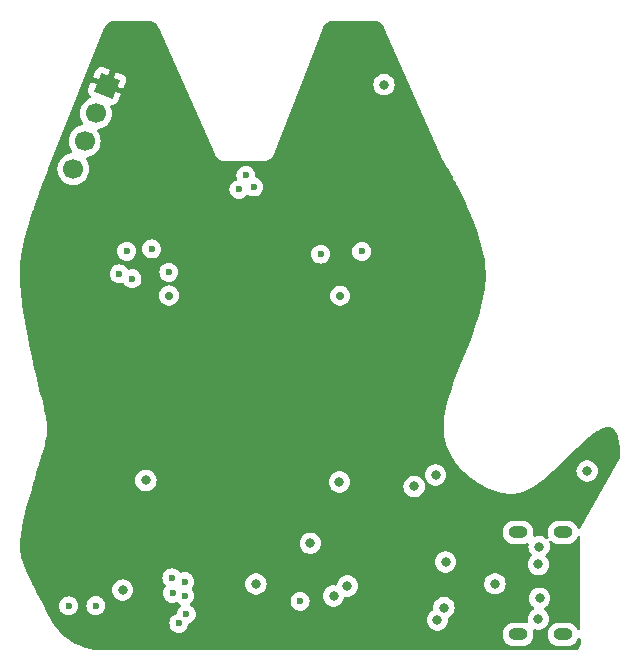
<source format=gbr>
%TF.GenerationSoftware,KiCad,Pcbnew,8.0.5*%
%TF.CreationDate,2024-11-06T13:54:45-05:00*%
%TF.ProjectId,BadgeKittyv2,42616467-654b-4697-9474-7976322e6b69,rev?*%
%TF.SameCoordinates,Original*%
%TF.FileFunction,Copper,L3,Inr*%
%TF.FilePolarity,Positive*%
%FSLAX46Y46*%
G04 Gerber Fmt 4.6, Leading zero omitted, Abs format (unit mm)*
G04 Created by KiCad (PCBNEW 8.0.5) date 2024-11-06 13:54:45*
%MOMM*%
%LPD*%
G01*
G04 APERTURE LIST*
G04 Aperture macros list*
%AMHorizOval*
0 Thick line with rounded ends*
0 $1 width*
0 $2 $3 position (X,Y) of the first rounded end (center of the circle)*
0 $4 $5 position (X,Y) of the second rounded end (center of the circle)*
0 Add line between two ends*
20,1,$1,$2,$3,$4,$5,0*
0 Add two circle primitives to create the rounded ends*
1,1,$1,$2,$3*
1,1,$1,$4,$5*%
%AMRotRect*
0 Rectangle, with rotation*
0 The origin of the aperture is its center*
0 $1 length*
0 $2 width*
0 $3 Rotation angle, in degrees counterclockwise*
0 Add horizontal line*
21,1,$1,$2,0,0,$3*%
G04 Aperture macros list end*
%TA.AperFunction,ComponentPad*%
%ADD10O,1.600000X1.000000*%
%TD*%
%TA.AperFunction,ComponentPad*%
%ADD11RotRect,1.700000X1.700000X338.000000*%
%TD*%
%TA.AperFunction,ComponentPad*%
%ADD12HorizOval,1.700000X0.000000X0.000000X0.000000X0.000000X0*%
%TD*%
%TA.AperFunction,ViaPad*%
%ADD13C,0.800000*%
%TD*%
%TA.AperFunction,ViaPad*%
%ADD14C,0.600000*%
%TD*%
%TA.AperFunction,ViaPad*%
%ADD15C,0.700000*%
%TD*%
%TA.AperFunction,ViaPad*%
%ADD16C,0.550000*%
%TD*%
G04 APERTURE END LIST*
D10*
%TO.N,GND*%
%TO.C,J1*%
X132534032Y-131576843D03*
X136334032Y-131576843D03*
X132534032Y-122936843D03*
X136334032Y-122936843D03*
%TD*%
D11*
%TO.N,+5V*%
%TO.C,PROG1*%
X97738012Y-85108593D03*
D12*
%TO.N,/RST{slash}UPDI*%
X96786511Y-87463640D03*
%TO.N,GND*%
X95835011Y-89818687D03*
%TO.N,/PIN_2*%
X94883510Y-92173734D03*
%TD*%
D13*
%TO.N,GND*%
X134249666Y-130291576D03*
X138381108Y-117735428D03*
D14*
X96780056Y-129145675D03*
D13*
X110332994Y-127308665D03*
X121179530Y-85034291D03*
X126393327Y-125458379D03*
X117405569Y-118665945D03*
X125708589Y-130355449D03*
X134310797Y-124138607D03*
D14*
X101505246Y-98944873D03*
X108900621Y-93910133D03*
X104435973Y-129856249D03*
X103221773Y-126787150D03*
X119292542Y-99156044D03*
X94477385Y-129162728D03*
X104297197Y-127114156D03*
X103810624Y-130646736D03*
D13*
X101014466Y-118538056D03*
D15*
X117476905Y-102901215D03*
D13*
X126251544Y-129302441D03*
D14*
X104289017Y-128290870D03*
D13*
X114938467Y-123864283D03*
D14*
X103277433Y-128095176D03*
D15*
X102987548Y-102889241D03*
D14*
X110150406Y-93696010D03*
D16*
%TO.N,+5V*%
X115598787Y-100419504D03*
D14*
X107105925Y-126639541D03*
X99874627Y-100274462D03*
X107468462Y-128628264D03*
X113493906Y-130484962D03*
D13*
X126553378Y-119615194D03*
X125113941Y-119585566D03*
D14*
X106112615Y-125672956D03*
X106097414Y-127588302D03*
%TO.N,Net-(D1-DO)*%
X102959521Y-100927344D03*
X115813460Y-99390545D03*
D13*
%TO.N,+BATT*%
X99055888Y-127830474D03*
D14*
%TO.N,/PIN_6*%
X99398252Y-99146265D03*
D13*
X123734353Y-119056480D03*
%TO.N,/PIN_7*%
X125541965Y-118088833D03*
D14*
X109480121Y-92724221D03*
D13*
%TO.N,/PIN_2*%
X116906299Y-128331968D03*
D14*
%TO.N,/RST{slash}UPDI*%
X99838443Y-101468548D03*
X98769633Y-101056104D03*
D13*
X118080184Y-127482774D03*
%TO.N,VBUS*%
X134249666Y-125649879D03*
D14*
X114069370Y-128776256D03*
D13*
X134347180Y-128516810D03*
%TO.N,/PIN_3*%
X130566327Y-127294241D03*
%TD*%
%TA.AperFunction,Conductor*%
%TO.N,+5V*%
G36*
X101186372Y-79605342D02*
G01*
X101219944Y-79605959D01*
X101224499Y-79606127D01*
X101228563Y-79606351D01*
X101256705Y-79607906D01*
X101261210Y-79608238D01*
X101293193Y-79611184D01*
X101297657Y-79611677D01*
X101329399Y-79615775D01*
X101333772Y-79616420D01*
X101365217Y-79621651D01*
X101369554Y-79622454D01*
X101400702Y-79628806D01*
X101405017Y-79629768D01*
X101435783Y-79637212D01*
X101440045Y-79638325D01*
X101451553Y-79641554D01*
X101470425Y-79646849D01*
X101474693Y-79648130D01*
X101488992Y-79652702D01*
X101504613Y-79657697D01*
X101504617Y-79657698D01*
X101508836Y-79659131D01*
X101538347Y-79669750D01*
X101542495Y-79671327D01*
X101571567Y-79682979D01*
X101575614Y-79684685D01*
X101604271Y-79697376D01*
X101608240Y-79699220D01*
X101620632Y-79705245D01*
X101636354Y-79712891D01*
X101640285Y-79714890D01*
X101649657Y-79719866D01*
X101667898Y-79729554D01*
X101671662Y-79731639D01*
X101698752Y-79747287D01*
X101702490Y-79749536D01*
X101728950Y-79766100D01*
X101732644Y-79768505D01*
X101758476Y-79785984D01*
X101762078Y-79788515D01*
X101787281Y-79806906D01*
X101787294Y-79806915D01*
X101790808Y-79809577D01*
X101815340Y-79828852D01*
X101818746Y-79831628D01*
X101842633Y-79851813D01*
X101845942Y-79854711D01*
X101869148Y-79875783D01*
X101872324Y-79878773D01*
X101894744Y-79900643D01*
X101894748Y-79900647D01*
X101897870Y-79903804D01*
X101919543Y-79926516D01*
X101922557Y-79929790D01*
X101943409Y-79953274D01*
X101946308Y-79956659D01*
X101966388Y-79980982D01*
X101969153Y-79984458D01*
X101988379Y-80009540D01*
X101991044Y-80013151D01*
X102009395Y-80038976D01*
X102011929Y-80042682D01*
X102015095Y-80047499D01*
X102029407Y-80069273D01*
X102031822Y-80073098D01*
X102048379Y-80100409D01*
X102050642Y-80104299D01*
X102066282Y-80132361D01*
X102068399Y-80136330D01*
X102083066Y-80165078D01*
X102085062Y-80169174D01*
X102099210Y-80199619D01*
X102100152Y-80201696D01*
X106847370Y-90929175D01*
X106879672Y-90995474D01*
X106879690Y-90995507D01*
X106916405Y-91058645D01*
X106916413Y-91058658D01*
X106957308Y-91118484D01*
X106957314Y-91118493D01*
X106957316Y-91118495D01*
X107002163Y-91174865D01*
X107050716Y-91227608D01*
X107050721Y-91227612D01*
X107050722Y-91227614D01*
X107079091Y-91254315D01*
X107102737Y-91276571D01*
X107157992Y-91321600D01*
X107216243Y-91362542D01*
X107277256Y-91399243D01*
X107277270Y-91399250D01*
X107277273Y-91399252D01*
X107291859Y-91406668D01*
X107340793Y-91431549D01*
X107406620Y-91459306D01*
X107474500Y-91482362D01*
X107544196Y-91500561D01*
X107615473Y-91513751D01*
X107688095Y-91521778D01*
X107712672Y-91522681D01*
X107761816Y-91524487D01*
X110945360Y-91524487D01*
X110945365Y-91524487D01*
X110948007Y-91524436D01*
X110984007Y-91523745D01*
X111022372Y-91521533D01*
X111022386Y-91521531D01*
X111022397Y-91521531D01*
X111060412Y-91517875D01*
X111060417Y-91517874D01*
X111060420Y-91517874D01*
X111098120Y-91512791D01*
X111135437Y-91506306D01*
X111172341Y-91498441D01*
X111208797Y-91489220D01*
X111244772Y-91478665D01*
X111280234Y-91466799D01*
X111315150Y-91453643D01*
X111323734Y-91450037D01*
X111349461Y-91439233D01*
X111349475Y-91439226D01*
X111349488Y-91439221D01*
X111383213Y-91423555D01*
X111416293Y-91406668D01*
X111448696Y-91388583D01*
X111480388Y-91369321D01*
X111511337Y-91348906D01*
X111541509Y-91327360D01*
X111570872Y-91304706D01*
X111599393Y-91280966D01*
X111627039Y-91256163D01*
X111653777Y-91230319D01*
X111679574Y-91203457D01*
X111704398Y-91175600D01*
X111728215Y-91146771D01*
X111750992Y-91116991D01*
X111772698Y-91086283D01*
X111793297Y-91054670D01*
X111812759Y-91022175D01*
X111831050Y-90988820D01*
X111848137Y-90954627D01*
X111863986Y-90919620D01*
X111878567Y-90883820D01*
X114130972Y-85034291D01*
X120274070Y-85034291D01*
X120293856Y-85222547D01*
X120293857Y-85222550D01*
X120352348Y-85402568D01*
X120352351Y-85402575D01*
X120446997Y-85566507D01*
X120573659Y-85707179D01*
X120726795Y-85818439D01*
X120726800Y-85818442D01*
X120899722Y-85895433D01*
X120899727Y-85895435D01*
X121084884Y-85934791D01*
X121084885Y-85934791D01*
X121274174Y-85934791D01*
X121274176Y-85934791D01*
X121459333Y-85895435D01*
X121632260Y-85818442D01*
X121785401Y-85707179D01*
X121912063Y-85566507D01*
X122006709Y-85402575D01*
X122065204Y-85222547D01*
X122084990Y-85034291D01*
X122065204Y-84846035D01*
X122006709Y-84666007D01*
X121912063Y-84502075D01*
X121785401Y-84361403D01*
X121726382Y-84318523D01*
X121632264Y-84250142D01*
X121632259Y-84250139D01*
X121459337Y-84173148D01*
X121459332Y-84173146D01*
X121313531Y-84142156D01*
X121274176Y-84133791D01*
X121084884Y-84133791D01*
X121052427Y-84140689D01*
X120899727Y-84173146D01*
X120899722Y-84173148D01*
X120726800Y-84250139D01*
X120726795Y-84250142D01*
X120573659Y-84361402D01*
X120446996Y-84502076D01*
X120352351Y-84666006D01*
X120352348Y-84666013D01*
X120293857Y-84846031D01*
X120293856Y-84846035D01*
X120274070Y-85034291D01*
X114130972Y-85034291D01*
X115973917Y-80248134D01*
X115975668Y-80243836D01*
X116003306Y-80179526D01*
X116007368Y-80170989D01*
X116038379Y-80111781D01*
X116043042Y-80103647D01*
X116078143Y-80047479D01*
X116083389Y-80039752D01*
X116122341Y-79986784D01*
X116128120Y-79979513D01*
X116170731Y-79929853D01*
X116177008Y-79923069D01*
X116180029Y-79920039D01*
X116223029Y-79876900D01*
X116229742Y-79870647D01*
X116278987Y-79828086D01*
X116286120Y-79822369D01*
X116338313Y-79783620D01*
X116345829Y-79778460D01*
X116400753Y-79743672D01*
X116408666Y-79739063D01*
X116466047Y-79708419D01*
X116474309Y-79704392D01*
X116533949Y-79678027D01*
X116542488Y-79674627D01*
X116604187Y-79652691D01*
X116613014Y-79649921D01*
X116676486Y-79632592D01*
X116685543Y-79630483D01*
X116750592Y-79617906D01*
X116759831Y-79616481D01*
X116826248Y-79608816D01*
X116835675Y-79608093D01*
X116892084Y-79605929D01*
X116905582Y-79605412D01*
X116910334Y-79605321D01*
X120295852Y-79605321D01*
X120298130Y-79605342D01*
X120301869Y-79605410D01*
X120331715Y-79605959D01*
X120336253Y-79606126D01*
X120368453Y-79607904D01*
X120372978Y-79608238D01*
X120378186Y-79608717D01*
X120404956Y-79611183D01*
X120409397Y-79611674D01*
X120441129Y-79615771D01*
X120445531Y-79616421D01*
X120476976Y-79621651D01*
X120481333Y-79622458D01*
X120512467Y-79628807D01*
X120516776Y-79629768D01*
X120547546Y-79637213D01*
X120551796Y-79638323D01*
X120582187Y-79646848D01*
X120586408Y-79648114D01*
X120616401Y-79657705D01*
X120620587Y-79659127D01*
X120629858Y-79662462D01*
X120650107Y-79669749D01*
X120654255Y-79671326D01*
X120683327Y-79682978D01*
X120687374Y-79684684D01*
X120716031Y-79697375D01*
X120720000Y-79699219D01*
X120730155Y-79704157D01*
X120748114Y-79712890D01*
X120752039Y-79714885D01*
X120779634Y-79729540D01*
X120783471Y-79731667D01*
X120810501Y-79747278D01*
X120814249Y-79749533D01*
X120840733Y-79766112D01*
X120844378Y-79768485D01*
X120870241Y-79785984D01*
X120873818Y-79788497D01*
X120899044Y-79806906D01*
X120902555Y-79809565D01*
X120918844Y-79822364D01*
X120927117Y-79828864D01*
X120930509Y-79831628D01*
X120954396Y-79851813D01*
X120957715Y-79854721D01*
X120980867Y-79875743D01*
X120984095Y-79878781D01*
X121006507Y-79900643D01*
X121009631Y-79903802D01*
X121031304Y-79926514D01*
X121034316Y-79929786D01*
X121055169Y-79953270D01*
X121058054Y-79956639D01*
X121070930Y-79972235D01*
X121078128Y-79980955D01*
X121080914Y-79984457D01*
X121100139Y-80009537D01*
X121102806Y-80013149D01*
X121121164Y-80038984D01*
X121123706Y-80042703D01*
X121141165Y-80069266D01*
X121143576Y-80073085D01*
X121160133Y-80100393D01*
X121162415Y-80104317D01*
X121178025Y-80132327D01*
X121180165Y-80136337D01*
X121194828Y-80165077D01*
X121196824Y-80169174D01*
X121210972Y-80199619D01*
X121211914Y-80201696D01*
X126197814Y-91468530D01*
X126197840Y-91468587D01*
X126204090Y-91482427D01*
X126204111Y-91482471D01*
X126210542Y-91496155D01*
X126217215Y-91509809D01*
X126218729Y-91512791D01*
X126221310Y-91517875D01*
X126224095Y-91523359D01*
X126231141Y-91536734D01*
X126238466Y-91550139D01*
X126245928Y-91563314D01*
X126253521Y-91576262D01*
X126332528Y-91710078D01*
X126439360Y-91891024D01*
X126462954Y-91930985D01*
X126463534Y-91931978D01*
X126467202Y-91938330D01*
X126666907Y-92284162D01*
X126667509Y-92285216D01*
X126671498Y-92292283D01*
X126865126Y-92635306D01*
X126865684Y-92636305D01*
X127000449Y-92880705D01*
X127057640Y-92984421D01*
X127058224Y-92985494D01*
X127180273Y-93212227D01*
X127244439Y-93331428D01*
X127245020Y-93332521D01*
X127284590Y-93407870D01*
X127425656Y-93676494D01*
X127426251Y-93677643D01*
X127601122Y-94019253D01*
X127601717Y-94020430D01*
X127770978Y-94359936D01*
X127771574Y-94361147D01*
X127935194Y-94698483D01*
X127935793Y-94699736D01*
X128093713Y-95034827D01*
X128094317Y-95036129D01*
X128246490Y-95368960D01*
X128247065Y-95370238D01*
X128314924Y-95523517D01*
X128393465Y-95700926D01*
X128394088Y-95702359D01*
X128534589Y-96030845D01*
X128535228Y-96032366D01*
X128669731Y-96358774D01*
X128670385Y-96360395D01*
X128798782Y-96684900D01*
X128799457Y-96686644D01*
X128921486Y-97009185D01*
X128922180Y-97011065D01*
X129037711Y-97332016D01*
X129038426Y-97334058D01*
X129147180Y-97653568D01*
X129147914Y-97655792D01*
X129249625Y-97974198D01*
X129250373Y-97976626D01*
X129344679Y-98294150D01*
X129345436Y-98296805D01*
X129431998Y-98613965D01*
X129432752Y-98616866D01*
X129511125Y-98934010D01*
X129511864Y-98937180D01*
X129581571Y-99254839D01*
X129582277Y-99258288D01*
X129642810Y-99577118D01*
X129643461Y-99580860D01*
X129694210Y-99901469D01*
X129694781Y-99905504D01*
X129735105Y-100228695D01*
X129735568Y-100233020D01*
X129764734Y-100559700D01*
X129765057Y-100564282D01*
X129782286Y-100895325D01*
X129782443Y-100900106D01*
X129786960Y-101236641D01*
X129786929Y-101241526D01*
X129778018Y-101584445D01*
X129777795Y-101589329D01*
X129754853Y-101939590D01*
X129754448Y-101944354D01*
X129717068Y-102302577D01*
X129716509Y-102307120D01*
X129664506Y-102673792D01*
X129663829Y-102678040D01*
X129597230Y-103053443D01*
X129596472Y-103057349D01*
X129515550Y-103441402D01*
X129514749Y-103444946D01*
X129419931Y-103837551D01*
X129419119Y-103840727D01*
X129311038Y-104241516D01*
X129310243Y-104244331D01*
X129189656Y-104652900D01*
X129188901Y-104655364D01*
X129056721Y-105071179D01*
X129056023Y-105073309D01*
X128913271Y-105495777D01*
X128912645Y-105497583D01*
X128760524Y-105925890D01*
X128759981Y-105927389D01*
X128599798Y-106360652D01*
X128599171Y-106362310D01*
X128259828Y-107241315D01*
X128259328Y-107242589D01*
X127550567Y-109019894D01*
X127209313Y-109901957D01*
X127048440Y-110337992D01*
X126896587Y-110769399D01*
X126755488Y-111195573D01*
X126626982Y-111615602D01*
X126512837Y-112028789D01*
X126414803Y-112434599D01*
X126334651Y-112832610D01*
X126274167Y-113222539D01*
X126235100Y-113604342D01*
X126224121Y-113792223D01*
X126219100Y-113978096D01*
X126220211Y-114161979D01*
X126227607Y-114343910D01*
X126241424Y-114523860D01*
X126261764Y-114701853D01*
X126287163Y-114867797D01*
X126288718Y-114877953D01*
X126322329Y-115052096D01*
X126345257Y-115150085D01*
X126362618Y-115224285D01*
X126409597Y-115394553D01*
X126418582Y-115422747D01*
X126463217Y-115562812D01*
X126523432Y-115729079D01*
X126523433Y-115729081D01*
X126590163Y-115893320D01*
X126663297Y-116055471D01*
X126742697Y-116215482D01*
X126828213Y-116373294D01*
X126828219Y-116373305D01*
X126828226Y-116373317D01*
X126919698Y-116528891D01*
X126919707Y-116528905D01*
X127016904Y-116682118D01*
X127016912Y-116682130D01*
X127206566Y-116951279D01*
X127227701Y-116981272D01*
X127405241Y-117203213D01*
X127458648Y-117269977D01*
X127545848Y-117367143D01*
X127707592Y-117547373D01*
X127972254Y-117812542D01*
X128250250Y-118064484D01*
X128539196Y-118302168D01*
X128836712Y-118524543D01*
X129140467Y-118730539D01*
X129448196Y-118919092D01*
X129448208Y-118919098D01*
X129448212Y-118919101D01*
X129757709Y-119089146D01*
X129757717Y-119089150D01*
X129757728Y-119089156D01*
X129757751Y-119089167D01*
X130067014Y-119239704D01*
X130067020Y-119239706D01*
X130067023Y-119239708D01*
X130374249Y-119369756D01*
X130374252Y-119369757D01*
X130374259Y-119369760D01*
X130677872Y-119478345D01*
X130677875Y-119478346D01*
X130817223Y-119518548D01*
X130976782Y-119564581D01*
X130976784Y-119564581D01*
X130976786Y-119564582D01*
X131124252Y-119599043D01*
X131270346Y-119627596D01*
X131415090Y-119650145D01*
X131558517Y-119666601D01*
X131700710Y-119676877D01*
X131841763Y-119680901D01*
X131956641Y-119679019D01*
X131981810Y-119678608D01*
X132065609Y-119673389D01*
X132120942Y-119669944D01*
X132120983Y-119669939D01*
X132120989Y-119669939D01*
X132142045Y-119667646D01*
X132259335Y-119654876D01*
X132397126Y-119633385D01*
X132534460Y-119605461D01*
X132671479Y-119571129D01*
X132808317Y-119530416D01*
X132945098Y-119483386D01*
X133081941Y-119430114D01*
X133218955Y-119370690D01*
X133493842Y-119233871D01*
X133770393Y-119074045D01*
X134049047Y-118892583D01*
X134186220Y-118794225D01*
X134330033Y-118691109D01*
X134362494Y-118665945D01*
X134613394Y-118471447D01*
X134898962Y-118235646D01*
X135186452Y-117985903D01*
X135463432Y-117735428D01*
X137475648Y-117735428D01*
X137495434Y-117923684D01*
X137495435Y-117923687D01*
X137553926Y-118103705D01*
X137553929Y-118103712D01*
X137648575Y-118267644D01*
X137752975Y-118383592D01*
X137775237Y-118408316D01*
X137928373Y-118519576D01*
X137928378Y-118519579D01*
X138101300Y-118596570D01*
X138101305Y-118596572D01*
X138286462Y-118635928D01*
X138286463Y-118635928D01*
X138475752Y-118635928D01*
X138475754Y-118635928D01*
X138660911Y-118596572D01*
X138833838Y-118519579D01*
X138986979Y-118408316D01*
X139113641Y-118267644D01*
X139208287Y-118103712D01*
X139266782Y-117923684D01*
X139286568Y-117735428D01*
X139266782Y-117547172D01*
X139208287Y-117367144D01*
X139113641Y-117203212D01*
X138986979Y-117062540D01*
X138986978Y-117062539D01*
X138833842Y-116951279D01*
X138833837Y-116951276D01*
X138660915Y-116874285D01*
X138660910Y-116874283D01*
X138515109Y-116843293D01*
X138475754Y-116834928D01*
X138286462Y-116834928D01*
X138254005Y-116841826D01*
X138101305Y-116874283D01*
X138101300Y-116874285D01*
X137928378Y-116951276D01*
X137928373Y-116951279D01*
X137775237Y-117062539D01*
X137648574Y-117203213D01*
X137553929Y-117367143D01*
X137553926Y-117367150D01*
X137495435Y-117547168D01*
X137495434Y-117547172D01*
X137475648Y-117735428D01*
X135463432Y-117735428D01*
X135475430Y-117724578D01*
X135765366Y-117454146D01*
X136055645Y-117177188D01*
X136634406Y-116614407D01*
X137205199Y-116058344D01*
X137205746Y-116057816D01*
X137485431Y-115789735D01*
X137486329Y-115788884D01*
X137517185Y-115759919D01*
X137761086Y-115530963D01*
X137762219Y-115529914D01*
X138030996Y-115284913D01*
X138032662Y-115283424D01*
X138294314Y-115054095D01*
X138296655Y-115052096D01*
X138550093Y-114841023D01*
X138553167Y-114838546D01*
X138797929Y-114647687D01*
X138800778Y-114645532D01*
X138918679Y-114559080D01*
X138920913Y-114557480D01*
X139036587Y-114476674D01*
X139039081Y-114474980D01*
X139151885Y-114400446D01*
X139154781Y-114398592D01*
X139264567Y-114330575D01*
X139267968Y-114328546D01*
X139374446Y-114267344D01*
X139378409Y-114265163D01*
X139481530Y-114210908D01*
X139486139Y-114208607D01*
X139585643Y-114161523D01*
X139591052Y-114159119D01*
X139686832Y-114119303D01*
X139693051Y-114116915D01*
X139784858Y-114084490D01*
X139792114Y-114082177D01*
X139879748Y-114057191D01*
X139888138Y-114055114D01*
X139935020Y-114045223D01*
X139971455Y-114037536D01*
X139981034Y-114035905D01*
X140059944Y-114025644D01*
X140070759Y-114024719D01*
X140145169Y-114021631D01*
X140157155Y-114021713D01*
X140227208Y-114025599D01*
X140240147Y-114027002D01*
X140306051Y-114037679D01*
X140319576Y-114040654D01*
X140381785Y-114058041D01*
X140395348Y-114062694D01*
X140454357Y-114086851D01*
X140467438Y-114093125D01*
X140523759Y-114124313D01*
X140535794Y-114131911D01*
X140589899Y-114170583D01*
X140600497Y-114179071D01*
X140652626Y-114225741D01*
X140661622Y-114234666D01*
X140711823Y-114289840D01*
X140719232Y-114298792D01*
X140767409Y-114362896D01*
X140773340Y-114371524D01*
X140819326Y-114444903D01*
X140823998Y-114453026D01*
X140867528Y-114535811D01*
X140871167Y-114543336D01*
X140912041Y-114635690D01*
X140914835Y-114642551D01*
X140952836Y-114744462D01*
X140954971Y-114750687D01*
X140989934Y-114862196D01*
X140991547Y-114867797D01*
X141023350Y-114988890D01*
X141024563Y-114993939D01*
X141053067Y-115124500D01*
X141053971Y-115129043D01*
X141079116Y-115269138D01*
X141079779Y-115273223D01*
X141101494Y-115422747D01*
X141101973Y-115426437D01*
X141120198Y-115585317D01*
X141120535Y-115588652D01*
X141135239Y-115756897D01*
X141135466Y-115759919D01*
X141146620Y-115937483D01*
X141146762Y-115940231D01*
X141154342Y-116127080D01*
X141154418Y-116129583D01*
X141158406Y-116325526D01*
X141158432Y-116328049D01*
X141158432Y-116547305D01*
X141142251Y-116608552D01*
X137817515Y-122461407D01*
X137815646Y-122554247D01*
X137794616Y-122620877D01*
X137740901Y-122665560D01*
X137671556Y-122674109D01*
X137608598Y-122643810D01*
X137577110Y-122599203D01*
X137520667Y-122462935D01*
X137520660Y-122462922D01*
X137411171Y-122299061D01*
X137411168Y-122299057D01*
X137271817Y-122159706D01*
X137271813Y-122159703D01*
X137107952Y-122050214D01*
X137107939Y-122050207D01*
X136925871Y-121974793D01*
X136925861Y-121974790D01*
X136732575Y-121936343D01*
X136732573Y-121936343D01*
X135935491Y-121936343D01*
X135935489Y-121936343D01*
X135742202Y-121974790D01*
X135742192Y-121974793D01*
X135560124Y-122050207D01*
X135560111Y-122050214D01*
X135396250Y-122159703D01*
X135396246Y-122159706D01*
X135256895Y-122299057D01*
X135256892Y-122299061D01*
X135147403Y-122462922D01*
X135147396Y-122462935D01*
X135071982Y-122645003D01*
X135071979Y-122645013D01*
X135033532Y-122838299D01*
X135033532Y-122838302D01*
X135033532Y-123035384D01*
X135033532Y-123035386D01*
X135033531Y-123035386D01*
X135071979Y-123228672D01*
X135071982Y-123228682D01*
X135111234Y-123323445D01*
X135118703Y-123392914D01*
X135087428Y-123455393D01*
X135027338Y-123491045D01*
X134957513Y-123488551D01*
X134922793Y-123468344D01*
X134921926Y-123469539D01*
X134763531Y-123354458D01*
X134763526Y-123354455D01*
X134590604Y-123277464D01*
X134590599Y-123277462D01*
X134444798Y-123246472D01*
X134405443Y-123238107D01*
X134216151Y-123238107D01*
X134183694Y-123245005D01*
X134030994Y-123277462D01*
X134030989Y-123277464D01*
X133981381Y-123299551D01*
X133912131Y-123308835D01*
X133848855Y-123279206D01*
X133811642Y-123220071D01*
X133809330Y-123162081D01*
X133825631Y-123080131D01*
X133834532Y-123035386D01*
X133834532Y-122838299D01*
X133796084Y-122645013D01*
X133796083Y-122645012D01*
X133796083Y-122645008D01*
X133758489Y-122554247D01*
X133720667Y-122462935D01*
X133720660Y-122462922D01*
X133611171Y-122299061D01*
X133611168Y-122299057D01*
X133471817Y-122159706D01*
X133471813Y-122159703D01*
X133307952Y-122050214D01*
X133307939Y-122050207D01*
X133125871Y-121974793D01*
X133125861Y-121974790D01*
X132932575Y-121936343D01*
X132932573Y-121936343D01*
X132135491Y-121936343D01*
X132135489Y-121936343D01*
X131942202Y-121974790D01*
X131942192Y-121974793D01*
X131760124Y-122050207D01*
X131760111Y-122050214D01*
X131596250Y-122159703D01*
X131596246Y-122159706D01*
X131456895Y-122299057D01*
X131456892Y-122299061D01*
X131347403Y-122462922D01*
X131347396Y-122462935D01*
X131271982Y-122645003D01*
X131271979Y-122645013D01*
X131233532Y-122838299D01*
X131233532Y-122838302D01*
X131233532Y-123035384D01*
X131233532Y-123035386D01*
X131233531Y-123035386D01*
X131271979Y-123228672D01*
X131271982Y-123228682D01*
X131347396Y-123410750D01*
X131347403Y-123410763D01*
X131456892Y-123574624D01*
X131456895Y-123574628D01*
X131596246Y-123713979D01*
X131596250Y-123713982D01*
X131760111Y-123823471D01*
X131760124Y-123823478D01*
X131942192Y-123898892D01*
X131942197Y-123898894D01*
X131942201Y-123898894D01*
X131942202Y-123898895D01*
X132135488Y-123937343D01*
X132135491Y-123937343D01*
X132932575Y-123937343D01*
X133062614Y-123911475D01*
X133125867Y-123898894D01*
X133209426Y-123864283D01*
X133251840Y-123846715D01*
X133321309Y-123839246D01*
X133383788Y-123870521D01*
X133419440Y-123930610D01*
X133422612Y-123974234D01*
X133405337Y-124138607D01*
X133425123Y-124326863D01*
X133425124Y-124326866D01*
X133483615Y-124506884D01*
X133483618Y-124506891D01*
X133578264Y-124670823D01*
X133678683Y-124782349D01*
X133708913Y-124845340D01*
X133700288Y-124914675D01*
X133659422Y-124965637D01*
X133643792Y-124976993D01*
X133643789Y-124976995D01*
X133517132Y-125117664D01*
X133422487Y-125281594D01*
X133422484Y-125281601D01*
X133365046Y-125458379D01*
X133363992Y-125461623D01*
X133344206Y-125649879D01*
X133363992Y-125838135D01*
X133363993Y-125838138D01*
X133422484Y-126018156D01*
X133422487Y-126018163D01*
X133517133Y-126182095D01*
X133631031Y-126308591D01*
X133643795Y-126322767D01*
X133796931Y-126434027D01*
X133796936Y-126434030D01*
X133969858Y-126511021D01*
X133969863Y-126511023D01*
X134155020Y-126550379D01*
X134155021Y-126550379D01*
X134344310Y-126550379D01*
X134344312Y-126550379D01*
X134529469Y-126511023D01*
X134702396Y-126434030D01*
X134855537Y-126322767D01*
X134982199Y-126182095D01*
X135076845Y-126018163D01*
X135135340Y-125838135D01*
X135155126Y-125649879D01*
X135135340Y-125461623D01*
X135076845Y-125281595D01*
X134982199Y-125117663D01*
X134881778Y-125006135D01*
X134851549Y-124943145D01*
X134860174Y-124873810D01*
X134901047Y-124822843D01*
X134916668Y-124811495D01*
X135043330Y-124670823D01*
X135137976Y-124506891D01*
X135196471Y-124326863D01*
X135216257Y-124138607D01*
X135196471Y-123950351D01*
X135146157Y-123795501D01*
X135144162Y-123725660D01*
X135180242Y-123665827D01*
X135242943Y-123634999D01*
X135312357Y-123642964D01*
X135351769Y-123669502D01*
X135396246Y-123713979D01*
X135396250Y-123713982D01*
X135560111Y-123823471D01*
X135560124Y-123823478D01*
X135742192Y-123898892D01*
X135742197Y-123898894D01*
X135742201Y-123898894D01*
X135742202Y-123898895D01*
X135935488Y-123937343D01*
X135935491Y-123937343D01*
X136732575Y-123937343D01*
X136862614Y-123911475D01*
X136925867Y-123898894D01*
X137081682Y-123834354D01*
X137107939Y-123823478D01*
X137107939Y-123823477D01*
X137107946Y-123823475D01*
X137271814Y-123713982D01*
X137411171Y-123574625D01*
X137520664Y-123410757D01*
X137560815Y-123313821D01*
X137604654Y-123259421D01*
X137670948Y-123237355D01*
X137738647Y-123254633D01*
X137786258Y-123305770D01*
X137799350Y-123363771D01*
X137791742Y-123741724D01*
X137775994Y-130646739D01*
X137775029Y-131069630D01*
X137775095Y-131093450D01*
X137755597Y-131160542D01*
X137702920Y-131206443D01*
X137633790Y-131216578D01*
X137570154Y-131187730D01*
X137536535Y-131141244D01*
X137520667Y-131102935D01*
X137520660Y-131102922D01*
X137411171Y-130939061D01*
X137411168Y-130939057D01*
X137271817Y-130799706D01*
X137271813Y-130799703D01*
X137107952Y-130690214D01*
X137107939Y-130690207D01*
X136925871Y-130614793D01*
X136925861Y-130614790D01*
X136732575Y-130576343D01*
X136732573Y-130576343D01*
X135935491Y-130576343D01*
X135935489Y-130576343D01*
X135742202Y-130614790D01*
X135742192Y-130614793D01*
X135560124Y-130690207D01*
X135560111Y-130690214D01*
X135396250Y-130799703D01*
X135396246Y-130799706D01*
X135256895Y-130939057D01*
X135256892Y-130939061D01*
X135147403Y-131102922D01*
X135147396Y-131102935D01*
X135071982Y-131285003D01*
X135071979Y-131285013D01*
X135033532Y-131478299D01*
X135033532Y-131478302D01*
X135033532Y-131675384D01*
X135033532Y-131675386D01*
X135033531Y-131675386D01*
X135071979Y-131868672D01*
X135071982Y-131868682D01*
X135147396Y-132050750D01*
X135147403Y-132050763D01*
X135256892Y-132214624D01*
X135256895Y-132214628D01*
X135396246Y-132353979D01*
X135396250Y-132353982D01*
X135560111Y-132463471D01*
X135560124Y-132463478D01*
X135742192Y-132538892D01*
X135742197Y-132538894D01*
X135742201Y-132538894D01*
X135742202Y-132538895D01*
X135935488Y-132577343D01*
X135935491Y-132577343D01*
X136732575Y-132577343D01*
X136862614Y-132551475D01*
X136925867Y-132538894D01*
X137107946Y-132463475D01*
X137271814Y-132353982D01*
X137411171Y-132214625D01*
X137520664Y-132050757D01*
X137573949Y-131922113D01*
X137617787Y-131867715D01*
X137684081Y-131845649D01*
X137751780Y-131862928D01*
X137799391Y-131914064D01*
X137800410Y-131916148D01*
X137835270Y-131989188D01*
X137844702Y-132017054D01*
X137863510Y-132106397D01*
X137866129Y-132135118D01*
X137863613Y-132233280D01*
X137862026Y-132250128D01*
X137838047Y-132396665D01*
X137828826Y-132427363D01*
X137759049Y-132583019D01*
X137748675Y-132601670D01*
X137677458Y-132707177D01*
X137662363Y-132725484D01*
X137571384Y-132816463D01*
X137500460Y-132886934D01*
X137439030Y-132920222D01*
X137413014Y-132922972D01*
X135469397Y-132922245D01*
X135469395Y-132922244D01*
X135469391Y-132922245D01*
X134462825Y-132921813D01*
X134462799Y-132921813D01*
X133384041Y-132921813D01*
X133383880Y-132921813D01*
X133152478Y-132922416D01*
X133062247Y-132922651D01*
X133061603Y-132922651D01*
X132968412Y-132922409D01*
X132738299Y-132921813D01*
X132738149Y-132921813D01*
X132738144Y-132921813D01*
X97350855Y-132924980D01*
X97346586Y-132924907D01*
X97009792Y-132913334D01*
X97001306Y-132912750D01*
X96668964Y-132878411D01*
X96660550Y-132877250D01*
X96331625Y-132820291D01*
X96323315Y-132818557D01*
X95999001Y-132739212D01*
X95990820Y-132736910D01*
X95672294Y-132635408D01*
X95664280Y-132632548D01*
X95352757Y-132509159D01*
X95344950Y-132505752D01*
X95043001Y-132361444D01*
X95035460Y-132357517D01*
X94744544Y-132193100D01*
X94737293Y-132188668D01*
X94697717Y-132162571D01*
X94458379Y-132004750D01*
X94451464Y-131999842D01*
X94185603Y-131797095D01*
X94179017Y-131791706D01*
X94046439Y-131675386D01*
X131233531Y-131675386D01*
X131271979Y-131868672D01*
X131271982Y-131868682D01*
X131347396Y-132050750D01*
X131347403Y-132050763D01*
X131456892Y-132214624D01*
X131456895Y-132214628D01*
X131596246Y-132353979D01*
X131596250Y-132353982D01*
X131760111Y-132463471D01*
X131760124Y-132463478D01*
X131942192Y-132538892D01*
X131942197Y-132538894D01*
X131942201Y-132538894D01*
X131942202Y-132538895D01*
X132135488Y-132577343D01*
X132135491Y-132577343D01*
X132932575Y-132577343D01*
X133062614Y-132551475D01*
X133125867Y-132538894D01*
X133307946Y-132463475D01*
X133471814Y-132353982D01*
X133611171Y-132214625D01*
X133720664Y-132050757D01*
X133796083Y-131868678D01*
X133834532Y-131675384D01*
X133834532Y-131478302D01*
X133834532Y-131478299D01*
X133804510Y-131327373D01*
X133797046Y-131289849D01*
X133803273Y-131220259D01*
X133846136Y-131165082D01*
X133912025Y-131141837D01*
X133963473Y-131151342D01*
X133963679Y-131150711D01*
X133968455Y-131152262D01*
X133969106Y-131152383D01*
X133969863Y-131152720D01*
X134155020Y-131192076D01*
X134155021Y-131192076D01*
X134344310Y-131192076D01*
X134344312Y-131192076D01*
X134529469Y-131152720D01*
X134702396Y-131075727D01*
X134855537Y-130964464D01*
X134982199Y-130823792D01*
X135076845Y-130659860D01*
X135135340Y-130479832D01*
X135155126Y-130291576D01*
X135135340Y-130103320D01*
X135076845Y-129923292D01*
X134982199Y-129759360D01*
X134855537Y-129618688D01*
X134737004Y-129532569D01*
X134694339Y-129477241D01*
X134688360Y-129407627D01*
X134720965Y-129345832D01*
X134759451Y-129318974D01*
X134799910Y-129300961D01*
X134953051Y-129189698D01*
X135079713Y-129049026D01*
X135174359Y-128885094D01*
X135232854Y-128705066D01*
X135252640Y-128516810D01*
X135232854Y-128328554D01*
X135174359Y-128148526D01*
X135079713Y-127984594D01*
X134953051Y-127843922D01*
X134953050Y-127843921D01*
X134799914Y-127732661D01*
X134799909Y-127732658D01*
X134626987Y-127655667D01*
X134626982Y-127655665D01*
X134481181Y-127624675D01*
X134441826Y-127616310D01*
X134252534Y-127616310D01*
X134220077Y-127623208D01*
X134067377Y-127655665D01*
X134067372Y-127655667D01*
X133894450Y-127732658D01*
X133894445Y-127732661D01*
X133741309Y-127843921D01*
X133614646Y-127984595D01*
X133520001Y-128148525D01*
X133519998Y-128148532D01*
X133473750Y-128290870D01*
X133461506Y-128328554D01*
X133441720Y-128516810D01*
X133461506Y-128705066D01*
X133461507Y-128705069D01*
X133519998Y-128885087D01*
X133520001Y-128885094D01*
X133614647Y-129049026D01*
X133741309Y-129189698D01*
X133859840Y-129275816D01*
X133902506Y-129331144D01*
X133908485Y-129400758D01*
X133875880Y-129462553D01*
X133837393Y-129489411D01*
X133796938Y-129507423D01*
X133796931Y-129507427D01*
X133643795Y-129618687D01*
X133517132Y-129759361D01*
X133422487Y-129923291D01*
X133422484Y-129923298D01*
X133369427Y-130086592D01*
X133363992Y-130103320D01*
X133344206Y-130291576D01*
X133363992Y-130479832D01*
X133363993Y-130479835D01*
X133368577Y-130493945D01*
X133370570Y-130563786D01*
X133334488Y-130623618D01*
X133271786Y-130654444D01*
X133203193Y-130646821D01*
X133125871Y-130614793D01*
X133125861Y-130614790D01*
X132932575Y-130576343D01*
X132932573Y-130576343D01*
X132135491Y-130576343D01*
X132135489Y-130576343D01*
X131942202Y-130614790D01*
X131942192Y-130614793D01*
X131760124Y-130690207D01*
X131760111Y-130690214D01*
X131596250Y-130799703D01*
X131596246Y-130799706D01*
X131456895Y-130939057D01*
X131456892Y-130939061D01*
X131347403Y-131102922D01*
X131347396Y-131102935D01*
X131271982Y-131285003D01*
X131271979Y-131285013D01*
X131233532Y-131478299D01*
X131233532Y-131478302D01*
X131233532Y-131675384D01*
X131233532Y-131675386D01*
X131233531Y-131675386D01*
X94046439Y-131675386D01*
X93927173Y-131570745D01*
X93920967Y-131564910D01*
X93685078Y-131327373D01*
X93679296Y-131321137D01*
X93648029Y-131285003D01*
X93460593Y-131068391D01*
X93455260Y-131061783D01*
X93405987Y-130996259D01*
X93254487Y-130794792D01*
X93249619Y-130787836D01*
X93067464Y-130507509D01*
X93063088Y-130500239D01*
X92899249Y-130205660D01*
X92897262Y-130201937D01*
X92879469Y-130167189D01*
X92670643Y-129759361D01*
X92365138Y-129162724D01*
X93671820Y-129162724D01*
X93671820Y-129162731D01*
X93692015Y-129341977D01*
X93692016Y-129341982D01*
X93751596Y-129512251D01*
X93782620Y-129561625D01*
X93847569Y-129664990D01*
X93975123Y-129792544D01*
X94064842Y-129848918D01*
X94126500Y-129887661D01*
X94127863Y-129888517D01*
X94249398Y-129931044D01*
X94298130Y-129948096D01*
X94298135Y-129948097D01*
X94477381Y-129968293D01*
X94477385Y-129968293D01*
X94477389Y-129968293D01*
X94656634Y-129948097D01*
X94656637Y-129948096D01*
X94656640Y-129948096D01*
X94826907Y-129888517D01*
X94979647Y-129792544D01*
X95107201Y-129664990D01*
X95203174Y-129512250D01*
X95262753Y-129341983D01*
X95262754Y-129341977D01*
X95282950Y-129162731D01*
X95282950Y-129162724D01*
X95281029Y-129145671D01*
X95974491Y-129145671D01*
X95974491Y-129145678D01*
X95994686Y-129324924D01*
X95994687Y-129324929D01*
X96054267Y-129495198D01*
X96150240Y-129647937D01*
X96277794Y-129775491D01*
X96368136Y-129832257D01*
X96414671Y-129861497D01*
X96430534Y-129871464D01*
X96571948Y-129920947D01*
X96600801Y-129931043D01*
X96600806Y-129931044D01*
X96780052Y-129951240D01*
X96780056Y-129951240D01*
X96780060Y-129951240D01*
X96959305Y-129931044D01*
X96959308Y-129931043D01*
X96959311Y-129931043D01*
X97129578Y-129871464D01*
X97282318Y-129775491D01*
X97409872Y-129647937D01*
X97505845Y-129495197D01*
X97565424Y-129324930D01*
X97565425Y-129324924D01*
X97585621Y-129145678D01*
X97585621Y-129145671D01*
X97565425Y-128966425D01*
X97565424Y-128966420D01*
X97516835Y-128827562D01*
X97505845Y-128796153D01*
X97493340Y-128776252D01*
X97464890Y-128730974D01*
X97409872Y-128643413D01*
X97282318Y-128515859D01*
X97209533Y-128470125D01*
X97129579Y-128419886D01*
X96959310Y-128360306D01*
X96959305Y-128360305D01*
X96780060Y-128340110D01*
X96780052Y-128340110D01*
X96600806Y-128360305D01*
X96600801Y-128360306D01*
X96430532Y-128419886D01*
X96277793Y-128515859D01*
X96150240Y-128643412D01*
X96054267Y-128796151D01*
X95994687Y-128966420D01*
X95994686Y-128966425D01*
X95974491Y-129145671D01*
X95281029Y-129145671D01*
X95262754Y-128983478D01*
X95262753Y-128983473D01*
X95245499Y-128934163D01*
X95203174Y-128813206D01*
X95107201Y-128660466D01*
X94979647Y-128532912D01*
X94959454Y-128520224D01*
X94826908Y-128436939D01*
X94656639Y-128377359D01*
X94656634Y-128377358D01*
X94477389Y-128357163D01*
X94477381Y-128357163D01*
X94298135Y-128377358D01*
X94298130Y-128377359D01*
X94127861Y-128436939D01*
X93975122Y-128532912D01*
X93847569Y-128660465D01*
X93751596Y-128813204D01*
X93692016Y-128983473D01*
X93692015Y-128983478D01*
X93671820Y-129162724D01*
X92365138Y-129162724D01*
X92192544Y-128825656D01*
X92192542Y-128825654D01*
X92186167Y-128813204D01*
X91840560Y-128138244D01*
X91840559Y-128138235D01*
X91840557Y-128138237D01*
X91757805Y-127976594D01*
X91757813Y-127976589D01*
X91757789Y-127976563D01*
X91683050Y-127830474D01*
X98150428Y-127830474D01*
X98170214Y-128018730D01*
X98170215Y-128018733D01*
X98228706Y-128198751D01*
X98228709Y-128198758D01*
X98323355Y-128362690D01*
X98420085Y-128470119D01*
X98450017Y-128503362D01*
X98603153Y-128614622D01*
X98603158Y-128614625D01*
X98776080Y-128691616D01*
X98776085Y-128691618D01*
X98961242Y-128730974D01*
X98961243Y-128730974D01*
X99150532Y-128730974D01*
X99150534Y-128730974D01*
X99335691Y-128691618D01*
X99508618Y-128614625D01*
X99661759Y-128503362D01*
X99788421Y-128362690D01*
X99883067Y-128198758D01*
X99941562Y-128018730D01*
X99961348Y-127830474D01*
X99941562Y-127642218D01*
X99883551Y-127463679D01*
X99883069Y-127462196D01*
X99883068Y-127462195D01*
X99883067Y-127462190D01*
X99788421Y-127298258D01*
X99661759Y-127157586D01*
X99632975Y-127136673D01*
X99508622Y-127046325D01*
X99508617Y-127046322D01*
X99335695Y-126969331D01*
X99335690Y-126969329D01*
X99173737Y-126934906D01*
X99150534Y-126929974D01*
X98961242Y-126929974D01*
X98938062Y-126934901D01*
X98776085Y-126969329D01*
X98776080Y-126969331D01*
X98603158Y-127046322D01*
X98603153Y-127046325D01*
X98450017Y-127157585D01*
X98323354Y-127298259D01*
X98228709Y-127462189D01*
X98228706Y-127462196D01*
X98178597Y-127616418D01*
X98170214Y-127642218D01*
X98150428Y-127830474D01*
X91683050Y-127830474D01*
X91679905Y-127824326D01*
X91679880Y-127824278D01*
X91661651Y-127788607D01*
X91606649Y-127680979D01*
X91606633Y-127680897D01*
X91606613Y-127680908D01*
X91537693Y-127545824D01*
X91537638Y-127545716D01*
X91472916Y-127418552D01*
X91472844Y-127418410D01*
X91412048Y-127298580D01*
X91411958Y-127298402D01*
X91407415Y-127289412D01*
X91354847Y-127185383D01*
X91301079Y-127078448D01*
X91250511Y-126977253D01*
X91203008Y-126881490D01*
X91202753Y-126880972D01*
X91167974Y-126809885D01*
X91156849Y-126787146D01*
X102416208Y-126787146D01*
X102416208Y-126787153D01*
X102436403Y-126966399D01*
X102436404Y-126966404D01*
X102495984Y-127136673D01*
X102591957Y-127289412D01*
X102683856Y-127381311D01*
X102717341Y-127442634D01*
X102712357Y-127512326D01*
X102683858Y-127556671D01*
X102647618Y-127592911D01*
X102647617Y-127592913D01*
X102551644Y-127745652D01*
X102492064Y-127915921D01*
X102492063Y-127915926D01*
X102471868Y-128095172D01*
X102471868Y-128095179D01*
X102492063Y-128274425D01*
X102492064Y-128274430D01*
X102551644Y-128444699D01*
X102647342Y-128597001D01*
X102647617Y-128597438D01*
X102775171Y-128724992D01*
X102856751Y-128776252D01*
X102915562Y-128813206D01*
X102927911Y-128820965D01*
X102956947Y-128831125D01*
X103098178Y-128880544D01*
X103098183Y-128880545D01*
X103277429Y-128900741D01*
X103277433Y-128900741D01*
X103277437Y-128900741D01*
X103456682Y-128880545D01*
X103456685Y-128880544D01*
X103456688Y-128880544D01*
X103456689Y-128880543D01*
X103456692Y-128880543D01*
X103514013Y-128860485D01*
X103597919Y-128831124D01*
X103667696Y-128827562D01*
X103726554Y-128860485D01*
X103786754Y-128920685D01*
X103786760Y-128920690D01*
X103936432Y-129014736D01*
X103982723Y-129067070D01*
X103993371Y-129136124D01*
X103964996Y-129199972D01*
X103936437Y-129224720D01*
X103933711Y-129226432D01*
X103806157Y-129353986D01*
X103710184Y-129506725D01*
X103650604Y-129676994D01*
X103650603Y-129676998D01*
X103638491Y-129784504D01*
X103611425Y-129848918D01*
X103556226Y-129887661D01*
X103461103Y-129920946D01*
X103461099Y-129920948D01*
X103308361Y-130016920D01*
X103180808Y-130144473D01*
X103084835Y-130297212D01*
X103025255Y-130467481D01*
X103025254Y-130467486D01*
X103005059Y-130646732D01*
X103005059Y-130646739D01*
X103025254Y-130825985D01*
X103025255Y-130825990D01*
X103084835Y-130996259D01*
X103174901Y-131139597D01*
X103180808Y-131148998D01*
X103308362Y-131276552D01*
X103461102Y-131372525D01*
X103631369Y-131432104D01*
X103631374Y-131432105D01*
X103810620Y-131452301D01*
X103810624Y-131452301D01*
X103810628Y-131452301D01*
X103989873Y-131432105D01*
X103989876Y-131432104D01*
X103989879Y-131432104D01*
X104160146Y-131372525D01*
X104312886Y-131276552D01*
X104440440Y-131148998D01*
X104536413Y-130996258D01*
X104595992Y-130825991D01*
X104608105Y-130718481D01*
X104635171Y-130654067D01*
X104690370Y-130615322D01*
X104785495Y-130582038D01*
X104938235Y-130486065D01*
X105065789Y-130358511D01*
X105067713Y-130355449D01*
X124803129Y-130355449D01*
X124822915Y-130543705D01*
X124822916Y-130543708D01*
X124881407Y-130723726D01*
X124881410Y-130723733D01*
X124976056Y-130887665D01*
X125073834Y-130996258D01*
X125102718Y-131028337D01*
X125255854Y-131139597D01*
X125255859Y-131139600D01*
X125428781Y-131216591D01*
X125428786Y-131216593D01*
X125613943Y-131255949D01*
X125613944Y-131255949D01*
X125803233Y-131255949D01*
X125803235Y-131255949D01*
X125988392Y-131216593D01*
X126161319Y-131139600D01*
X126314460Y-131028337D01*
X126441122Y-130887665D01*
X126535768Y-130723733D01*
X126594263Y-130543705D01*
X126614049Y-130355449D01*
X126600504Y-130226580D01*
X126613073Y-130157854D01*
X126660805Y-130106830D01*
X126673385Y-130100344D01*
X126704274Y-130086592D01*
X126857415Y-129975329D01*
X126984077Y-129834657D01*
X127078723Y-129670725D01*
X127137218Y-129490697D01*
X127157004Y-129302441D01*
X127137218Y-129114185D01*
X127078723Y-128934157D01*
X126984077Y-128770225D01*
X126857415Y-128629553D01*
X126857414Y-128629552D01*
X126704278Y-128518292D01*
X126704273Y-128518289D01*
X126531351Y-128441298D01*
X126531346Y-128441296D01*
X126385545Y-128410306D01*
X126346190Y-128401941D01*
X126156898Y-128401941D01*
X126124441Y-128408839D01*
X125971741Y-128441296D01*
X125971736Y-128441298D01*
X125798814Y-128518289D01*
X125798809Y-128518292D01*
X125645673Y-128629552D01*
X125519010Y-128770226D01*
X125424365Y-128934156D01*
X125424362Y-128934163D01*
X125374554Y-129087458D01*
X125365870Y-129114185D01*
X125348598Y-129278518D01*
X125346084Y-129302441D01*
X125359627Y-129431308D01*
X125347057Y-129500038D01*
X125299324Y-129551061D01*
X125286743Y-129557547D01*
X125255856Y-129571298D01*
X125102718Y-129682560D01*
X124976055Y-129823234D01*
X124881410Y-129987164D01*
X124881407Y-129987171D01*
X124842528Y-130106830D01*
X124822915Y-130167193D01*
X124803129Y-130355449D01*
X105067713Y-130355449D01*
X105161762Y-130205771D01*
X105221341Y-130035504D01*
X105226787Y-129987171D01*
X105241538Y-129856252D01*
X105241538Y-129856245D01*
X105221342Y-129676999D01*
X105221341Y-129676994D01*
X105217141Y-129664990D01*
X105161762Y-129506727D01*
X105158819Y-129502044D01*
X105098516Y-129406072D01*
X105065789Y-129353987D01*
X104938235Y-129226433D01*
X104938233Y-129226431D01*
X104788556Y-129132382D01*
X104742266Y-129080048D01*
X104731618Y-129010994D01*
X104759993Y-128947146D01*
X104788558Y-128922395D01*
X104791279Y-128920686D01*
X104918833Y-128793132D01*
X104929439Y-128776252D01*
X113263805Y-128776252D01*
X113263805Y-128776259D01*
X113284000Y-128955505D01*
X113284001Y-128955510D01*
X113343581Y-129125779D01*
X113406826Y-129226432D01*
X113439554Y-129278518D01*
X113567108Y-129406072D01*
X113605877Y-129430432D01*
X113716653Y-129500038D01*
X113719848Y-129502045D01*
X113859928Y-129551061D01*
X113890115Y-129561624D01*
X113890120Y-129561625D01*
X114069366Y-129581821D01*
X114069370Y-129581821D01*
X114069374Y-129581821D01*
X114248619Y-129561625D01*
X114248622Y-129561624D01*
X114248625Y-129561624D01*
X114418892Y-129502045D01*
X114571632Y-129406072D01*
X114699186Y-129278518D01*
X114795159Y-129125778D01*
X114854738Y-128955511D01*
X114855681Y-128947146D01*
X114874935Y-128776259D01*
X114874935Y-128776252D01*
X114854739Y-128597006D01*
X114854738Y-128597001D01*
X114832312Y-128532912D01*
X114795159Y-128426734D01*
X114735614Y-128331968D01*
X116000839Y-128331968D01*
X116020625Y-128520224D01*
X116020626Y-128520227D01*
X116079117Y-128700245D01*
X116079120Y-128700252D01*
X116173766Y-128864184D01*
X116281175Y-128983473D01*
X116300428Y-129004856D01*
X116453564Y-129116116D01*
X116453569Y-129116119D01*
X116626491Y-129193110D01*
X116626496Y-129193112D01*
X116811653Y-129232468D01*
X116811654Y-129232468D01*
X117000943Y-129232468D01*
X117000945Y-129232468D01*
X117186102Y-129193112D01*
X117359029Y-129116119D01*
X117512170Y-129004856D01*
X117638832Y-128864184D01*
X117733478Y-128700252D01*
X117791973Y-128520224D01*
X117795886Y-128482985D01*
X117822468Y-128418371D01*
X117879764Y-128378384D01*
X117944985Y-128374654D01*
X117985538Y-128383274D01*
X117985541Y-128383274D01*
X118174828Y-128383274D01*
X118174830Y-128383274D01*
X118359987Y-128343918D01*
X118532914Y-128266925D01*
X118686055Y-128155662D01*
X118812717Y-128014990D01*
X118907363Y-127851058D01*
X118965858Y-127671030D01*
X118985644Y-127482774D01*
X118965858Y-127294518D01*
X118965768Y-127294241D01*
X129660867Y-127294241D01*
X129680653Y-127482497D01*
X129680654Y-127482500D01*
X129739145Y-127662518D01*
X129739148Y-127662525D01*
X129833794Y-127826457D01*
X129937241Y-127941346D01*
X129960456Y-127967129D01*
X130113592Y-128078389D01*
X130113597Y-128078392D01*
X130286519Y-128155383D01*
X130286524Y-128155385D01*
X130471681Y-128194741D01*
X130471682Y-128194741D01*
X130660971Y-128194741D01*
X130660973Y-128194741D01*
X130846130Y-128155385D01*
X131019057Y-128078392D01*
X131172198Y-127967129D01*
X131298860Y-127826457D01*
X131393506Y-127662525D01*
X131452001Y-127482497D01*
X131471787Y-127294241D01*
X131452001Y-127105985D01*
X131393506Y-126925957D01*
X131298860Y-126762025D01*
X131172198Y-126621353D01*
X131159179Y-126611894D01*
X131019061Y-126510092D01*
X131019056Y-126510089D01*
X130846134Y-126433098D01*
X130846129Y-126433096D01*
X130700328Y-126402106D01*
X130660973Y-126393741D01*
X130471681Y-126393741D01*
X130439224Y-126400639D01*
X130286524Y-126433096D01*
X130286519Y-126433098D01*
X130113597Y-126510089D01*
X130113592Y-126510092D01*
X129960456Y-126621352D01*
X129833793Y-126762026D01*
X129739148Y-126925956D01*
X129739145Y-126925963D01*
X129689600Y-127078448D01*
X129680653Y-127105985D01*
X129660867Y-127294241D01*
X118965768Y-127294241D01*
X118907363Y-127114490D01*
X118812717Y-126950558D01*
X118686055Y-126809886D01*
X118654766Y-126787153D01*
X118532918Y-126698625D01*
X118532913Y-126698622D01*
X118359991Y-126621631D01*
X118359986Y-126621629D01*
X118214185Y-126590639D01*
X118174830Y-126582274D01*
X117985538Y-126582274D01*
X117953081Y-126589172D01*
X117800381Y-126621629D01*
X117800376Y-126621631D01*
X117627454Y-126698622D01*
X117627449Y-126698625D01*
X117474313Y-126809885D01*
X117347650Y-126950559D01*
X117253005Y-127114489D01*
X117253002Y-127114496D01*
X117194600Y-127294241D01*
X117194510Y-127294518D01*
X117190596Y-127331760D01*
X117164010Y-127396375D01*
X117106712Y-127436358D01*
X117041494Y-127440086D01*
X117000945Y-127431468D01*
X116811653Y-127431468D01*
X116788647Y-127436358D01*
X116626496Y-127470823D01*
X116626491Y-127470825D01*
X116453569Y-127547816D01*
X116453564Y-127547819D01*
X116300428Y-127659079D01*
X116173765Y-127799753D01*
X116079120Y-127963683D01*
X116079117Y-127963690D01*
X116020626Y-128143708D01*
X116020625Y-128143712D01*
X116000839Y-128331968D01*
X114735614Y-128331968D01*
X114699186Y-128273994D01*
X114571632Y-128146440D01*
X114558574Y-128138235D01*
X114418893Y-128050467D01*
X114248624Y-127990887D01*
X114248619Y-127990886D01*
X114069374Y-127970691D01*
X114069366Y-127970691D01*
X113890120Y-127990886D01*
X113890115Y-127990887D01*
X113719846Y-128050467D01*
X113567107Y-128146440D01*
X113439554Y-128273993D01*
X113343581Y-128426732D01*
X113284001Y-128597001D01*
X113284000Y-128597006D01*
X113263805Y-128776252D01*
X104929439Y-128776252D01*
X105014806Y-128640392D01*
X105074385Y-128470125D01*
X105077633Y-128441297D01*
X105094582Y-128290873D01*
X105094582Y-128290866D01*
X105074386Y-128111620D01*
X105074385Y-128111615D01*
X105027128Y-127976563D01*
X105014806Y-127941348D01*
X104918833Y-127788608D01*
X104918832Y-127788607D01*
X104915158Y-127784000D01*
X104888749Y-127719313D01*
X104901506Y-127650618D01*
X104924427Y-127619003D01*
X104927013Y-127616418D01*
X105022986Y-127463678D01*
X105077227Y-127308665D01*
X109427534Y-127308665D01*
X109447320Y-127496921D01*
X109447321Y-127496924D01*
X109505812Y-127676942D01*
X109505815Y-127676949D01*
X109600461Y-127840881D01*
X109690922Y-127941348D01*
X109727123Y-127981553D01*
X109880259Y-128092813D01*
X109880264Y-128092816D01*
X110053186Y-128169807D01*
X110053191Y-128169809D01*
X110238348Y-128209165D01*
X110238349Y-128209165D01*
X110427638Y-128209165D01*
X110427640Y-128209165D01*
X110612797Y-128169809D01*
X110785724Y-128092816D01*
X110938865Y-127981553D01*
X111065527Y-127840881D01*
X111160173Y-127676949D01*
X111218668Y-127496921D01*
X111238454Y-127308665D01*
X111218668Y-127120409D01*
X111160173Y-126940381D01*
X111065527Y-126776449D01*
X110938865Y-126635777D01*
X110919395Y-126621631D01*
X110785728Y-126524516D01*
X110785723Y-126524513D01*
X110612801Y-126447522D01*
X110612796Y-126447520D01*
X110466995Y-126416530D01*
X110427640Y-126408165D01*
X110238348Y-126408165D01*
X110205891Y-126415063D01*
X110053191Y-126447520D01*
X110053186Y-126447522D01*
X109880264Y-126524513D01*
X109880259Y-126524516D01*
X109727123Y-126635776D01*
X109600460Y-126776450D01*
X109505815Y-126940380D01*
X109505812Y-126940387D01*
X109449243Y-127114490D01*
X109447320Y-127120409D01*
X109427534Y-127308665D01*
X105077227Y-127308665D01*
X105082565Y-127293411D01*
X105100225Y-127136672D01*
X105102762Y-127114159D01*
X105102762Y-127114152D01*
X105082566Y-126934906D01*
X105082565Y-126934901D01*
X105038820Y-126809885D01*
X105022986Y-126764634D01*
X105021347Y-126762026D01*
X104981508Y-126698622D01*
X104927013Y-126611894D01*
X104799459Y-126484340D01*
X104740862Y-126447521D01*
X104646720Y-126388367D01*
X104476451Y-126328787D01*
X104476446Y-126328786D01*
X104297201Y-126308591D01*
X104297193Y-126308591D01*
X104117947Y-126328786D01*
X104117942Y-126328787D01*
X104015546Y-126364618D01*
X103945767Y-126368179D01*
X103885140Y-126333450D01*
X103869597Y-126313548D01*
X103851589Y-126284888D01*
X103724035Y-126157334D01*
X103621884Y-126093148D01*
X103571296Y-126061361D01*
X103401027Y-126001781D01*
X103401022Y-126001780D01*
X103221777Y-125981585D01*
X103221769Y-125981585D01*
X103042523Y-126001780D01*
X103042518Y-126001781D01*
X102872249Y-126061361D01*
X102719510Y-126157334D01*
X102591957Y-126284887D01*
X102495984Y-126437626D01*
X102436404Y-126607895D01*
X102436403Y-126607900D01*
X102416208Y-126787146D01*
X91156849Y-126787146D01*
X91115877Y-126703399D01*
X91115397Y-126702405D01*
X91113590Y-126698625D01*
X91037732Y-126539899D01*
X91037131Y-126538623D01*
X91011942Y-126484340D01*
X90966865Y-126387198D01*
X90965888Y-126385037D01*
X90865686Y-126157334D01*
X90838847Y-126096345D01*
X90837494Y-126093148D01*
X90724426Y-125815364D01*
X90722964Y-125811598D01*
X90663202Y-125649879D01*
X90626248Y-125549879D01*
X90624656Y-125545296D01*
X90597422Y-125461619D01*
X90596367Y-125458379D01*
X125487867Y-125458379D01*
X125507653Y-125646635D01*
X125507654Y-125646638D01*
X125566145Y-125826656D01*
X125566148Y-125826663D01*
X125660794Y-125990595D01*
X125756012Y-126096345D01*
X125787456Y-126131267D01*
X125940592Y-126242527D01*
X125940597Y-126242530D01*
X126113519Y-126319521D01*
X126113524Y-126319523D01*
X126298681Y-126358879D01*
X126298682Y-126358879D01*
X126487971Y-126358879D01*
X126487973Y-126358879D01*
X126673130Y-126319523D01*
X126846057Y-126242530D01*
X126999198Y-126131267D01*
X127125860Y-125990595D01*
X127220506Y-125826663D01*
X127279001Y-125646635D01*
X127298787Y-125458379D01*
X127279001Y-125270123D01*
X127220506Y-125090095D01*
X127125860Y-124926163D01*
X126999198Y-124785491D01*
X126999197Y-124785490D01*
X126846061Y-124674230D01*
X126846056Y-124674227D01*
X126673134Y-124597236D01*
X126673129Y-124597234D01*
X126527328Y-124566244D01*
X126487973Y-124557879D01*
X126298681Y-124557879D01*
X126266224Y-124564777D01*
X126113524Y-124597234D01*
X126113519Y-124597236D01*
X125940597Y-124674227D01*
X125940592Y-124674230D01*
X125787456Y-124785490D01*
X125660793Y-124926164D01*
X125566148Y-125090094D01*
X125566145Y-125090101D01*
X125507654Y-125270119D01*
X125507653Y-125270123D01*
X125487867Y-125458379D01*
X90596367Y-125458379D01*
X90544280Y-125298340D01*
X90542632Y-125292843D01*
X90478353Y-125058701D01*
X90476749Y-125052163D01*
X90426752Y-124821367D01*
X90425383Y-124813964D01*
X90389291Y-124579252D01*
X90388352Y-124571548D01*
X90366398Y-124327192D01*
X90365953Y-124319654D01*
X90358521Y-124059826D01*
X90358500Y-124053609D01*
X90362609Y-123864283D01*
X114033007Y-123864283D01*
X114052793Y-124052539D01*
X114052794Y-124052542D01*
X114111285Y-124232560D01*
X114111288Y-124232567D01*
X114205934Y-124396499D01*
X114305332Y-124506891D01*
X114332596Y-124537171D01*
X114485732Y-124648431D01*
X114485737Y-124648434D01*
X114658659Y-124725425D01*
X114658664Y-124725427D01*
X114843821Y-124764783D01*
X114843822Y-124764783D01*
X115033111Y-124764783D01*
X115033113Y-124764783D01*
X115218270Y-124725427D01*
X115391197Y-124648434D01*
X115544338Y-124537171D01*
X115671000Y-124396499D01*
X115765646Y-124232567D01*
X115824141Y-124052539D01*
X115843927Y-123864283D01*
X115824141Y-123676027D01*
X115765646Y-123495999D01*
X115671000Y-123332067D01*
X115544338Y-123191395D01*
X115544337Y-123191394D01*
X115391201Y-123080134D01*
X115391196Y-123080131D01*
X115218274Y-123003140D01*
X115218269Y-123003138D01*
X115072468Y-122972148D01*
X115033113Y-122963783D01*
X114843821Y-122963783D01*
X114811364Y-122970681D01*
X114658664Y-123003138D01*
X114658659Y-123003140D01*
X114485737Y-123080131D01*
X114485732Y-123080134D01*
X114332596Y-123191394D01*
X114205933Y-123332068D01*
X114111288Y-123495998D01*
X114111285Y-123496005D01*
X114056107Y-123665827D01*
X114052793Y-123676027D01*
X114033007Y-123864283D01*
X90362609Y-123864283D01*
X90363258Y-123834354D01*
X90363464Y-123829420D01*
X90378249Y-123591366D01*
X90378600Y-123586994D01*
X90404056Y-123328232D01*
X90404365Y-123325433D01*
X90421163Y-123188587D01*
X90421359Y-123187078D01*
X90441026Y-123044226D01*
X90441262Y-123042600D01*
X90447244Y-123003138D01*
X90463749Y-122894254D01*
X90463947Y-122893003D01*
X90489299Y-122738855D01*
X90489471Y-122737842D01*
X90517641Y-122578144D01*
X90517864Y-122576926D01*
X90548713Y-122412355D01*
X90549017Y-122410796D01*
X90618975Y-122065173D01*
X90619396Y-122063178D01*
X90638829Y-121974790D01*
X90699604Y-121698357D01*
X90699933Y-121696914D01*
X90789617Y-121314996D01*
X90789950Y-121313620D01*
X90888109Y-120917358D01*
X90888353Y-120916395D01*
X90993989Y-120508403D01*
X90994194Y-120507628D01*
X91105900Y-120091842D01*
X91106199Y-120090753D01*
X91343277Y-119246761D01*
X91343660Y-119245431D01*
X91353788Y-119210944D01*
X91551394Y-118538056D01*
X100109006Y-118538056D01*
X100128792Y-118726312D01*
X100128793Y-118726315D01*
X100187284Y-118906333D01*
X100187287Y-118906340D01*
X100281933Y-119070272D01*
X100397083Y-119198159D01*
X100408595Y-119210944D01*
X100561731Y-119322204D01*
X100561736Y-119322207D01*
X100734658Y-119399198D01*
X100734663Y-119399200D01*
X100919820Y-119438556D01*
X100919821Y-119438556D01*
X101109110Y-119438556D01*
X101109112Y-119438556D01*
X101294269Y-119399200D01*
X101467196Y-119322207D01*
X101620337Y-119210944D01*
X101746999Y-119070272D01*
X101841645Y-118906340D01*
X101900140Y-118726312D01*
X101906485Y-118665945D01*
X116500109Y-118665945D01*
X116519895Y-118854201D01*
X116519896Y-118854204D01*
X116578387Y-119034222D01*
X116578390Y-119034229D01*
X116673036Y-119198161D01*
X116716796Y-119246761D01*
X116799698Y-119338833D01*
X116952834Y-119450093D01*
X116952839Y-119450096D01*
X117125761Y-119527087D01*
X117125766Y-119527089D01*
X117310923Y-119566445D01*
X117310924Y-119566445D01*
X117500213Y-119566445D01*
X117500215Y-119566445D01*
X117685372Y-119527089D01*
X117858299Y-119450096D01*
X118011440Y-119338833D01*
X118138102Y-119198161D01*
X118219901Y-119056480D01*
X122828893Y-119056480D01*
X122848679Y-119244736D01*
X122848680Y-119244739D01*
X122907171Y-119424757D01*
X122907174Y-119424764D01*
X123001820Y-119588696D01*
X123084842Y-119680901D01*
X123128482Y-119729368D01*
X123281618Y-119840628D01*
X123281623Y-119840631D01*
X123454545Y-119917622D01*
X123454550Y-119917624D01*
X123639707Y-119956980D01*
X123639708Y-119956980D01*
X123828997Y-119956980D01*
X123828999Y-119956980D01*
X124014156Y-119917624D01*
X124187083Y-119840631D01*
X124340224Y-119729368D01*
X124466886Y-119588696D01*
X124561532Y-119424764D01*
X124620027Y-119244736D01*
X124639813Y-119056480D01*
X124620027Y-118868224D01*
X124565465Y-118700303D01*
X124561534Y-118688202D01*
X124561533Y-118688201D01*
X124561532Y-118688196D01*
X124466886Y-118524264D01*
X124340224Y-118383592D01*
X124340223Y-118383591D01*
X124187087Y-118272331D01*
X124187082Y-118272328D01*
X124014160Y-118195337D01*
X124014155Y-118195335D01*
X123868354Y-118164345D01*
X123828999Y-118155980D01*
X123639707Y-118155980D01*
X123607250Y-118162878D01*
X123454550Y-118195335D01*
X123454545Y-118195337D01*
X123281623Y-118272328D01*
X123281618Y-118272331D01*
X123128482Y-118383591D01*
X123001819Y-118524265D01*
X122907174Y-118688195D01*
X122907171Y-118688202D01*
X122853235Y-118854201D01*
X122848679Y-118868224D01*
X122828893Y-119056480D01*
X118219901Y-119056480D01*
X118232748Y-119034229D01*
X118291243Y-118854201D01*
X118311029Y-118665945D01*
X118291243Y-118477689D01*
X118232748Y-118297661D01*
X118138102Y-118133729D01*
X118097677Y-118088833D01*
X124636505Y-118088833D01*
X124656291Y-118277089D01*
X124656292Y-118277092D01*
X124714783Y-118457110D01*
X124714786Y-118457117D01*
X124809432Y-118621049D01*
X124904212Y-118726312D01*
X124936094Y-118761721D01*
X125089230Y-118872981D01*
X125089235Y-118872984D01*
X125262157Y-118949975D01*
X125262162Y-118949977D01*
X125447319Y-118989333D01*
X125447320Y-118989333D01*
X125636609Y-118989333D01*
X125636611Y-118989333D01*
X125821768Y-118949977D01*
X125994695Y-118872984D01*
X126147836Y-118761721D01*
X126274498Y-118621049D01*
X126369144Y-118457117D01*
X126427639Y-118277089D01*
X126447425Y-118088833D01*
X126427639Y-117900577D01*
X126369144Y-117720549D01*
X126274498Y-117556617D01*
X126147836Y-117415945D01*
X126147835Y-117415944D01*
X125994699Y-117304684D01*
X125994694Y-117304681D01*
X125821772Y-117227690D01*
X125821767Y-117227688D01*
X125675966Y-117196698D01*
X125636611Y-117188333D01*
X125447319Y-117188333D01*
X125414862Y-117195231D01*
X125262162Y-117227688D01*
X125262157Y-117227690D01*
X125089235Y-117304681D01*
X125089230Y-117304684D01*
X124936094Y-117415944D01*
X124809431Y-117556618D01*
X124714786Y-117720548D01*
X124714783Y-117720555D01*
X124687410Y-117804802D01*
X124656291Y-117900577D01*
X124636505Y-118088833D01*
X118097677Y-118088833D01*
X118011440Y-117993057D01*
X118011439Y-117993056D01*
X117858303Y-117881796D01*
X117858298Y-117881793D01*
X117685376Y-117804802D01*
X117685371Y-117804800D01*
X117539570Y-117773810D01*
X117500215Y-117765445D01*
X117310923Y-117765445D01*
X117278466Y-117772343D01*
X117125766Y-117804800D01*
X117125761Y-117804802D01*
X116952839Y-117881793D01*
X116952834Y-117881796D01*
X116799698Y-117993056D01*
X116673035Y-118133730D01*
X116578390Y-118297660D01*
X116578387Y-118297667D01*
X116526579Y-118457117D01*
X116519895Y-118477689D01*
X116500109Y-118665945D01*
X101906485Y-118665945D01*
X101919926Y-118538056D01*
X101900140Y-118349800D01*
X101841645Y-118169772D01*
X101746999Y-118005840D01*
X101620337Y-117865168D01*
X101620336Y-117865167D01*
X101467200Y-117753907D01*
X101467195Y-117753904D01*
X101294273Y-117676913D01*
X101294268Y-117676911D01*
X101148467Y-117645921D01*
X101109112Y-117637556D01*
X100919820Y-117637556D01*
X100887363Y-117644454D01*
X100734663Y-117676911D01*
X100734658Y-117676913D01*
X100561736Y-117753904D01*
X100561731Y-117753907D01*
X100408595Y-117865167D01*
X100281932Y-118005841D01*
X100187287Y-118169771D01*
X100187284Y-118169778D01*
X100128793Y-118349796D01*
X100128792Y-118349800D01*
X100109006Y-118538056D01*
X91551394Y-118538056D01*
X91589669Y-118407722D01*
X91589786Y-118407328D01*
X91712692Y-117998577D01*
X91833649Y-117600505D01*
X91833698Y-117600519D01*
X91833706Y-117600316D01*
X91951164Y-117216017D01*
X91963058Y-117177128D01*
X92063888Y-116847430D01*
X92114140Y-116682118D01*
X92170387Y-116497084D01*
X92269470Y-116166278D01*
X92359940Y-115856198D01*
X92440712Y-115567317D01*
X92510864Y-115299403D01*
X92569618Y-115051411D01*
X92616375Y-114821372D01*
X92650745Y-114606286D01*
X92672565Y-114402110D01*
X92681869Y-114203978D01*
X92678871Y-114006587D01*
X92663921Y-113804580D01*
X92637505Y-113592927D01*
X92600174Y-113367308D01*
X92552551Y-113124331D01*
X92495312Y-112861493D01*
X92429188Y-112577092D01*
X92393036Y-112426467D01*
X92354954Y-112270120D01*
X92315044Y-112108014D01*
X92273411Y-111940150D01*
X92273392Y-111940072D01*
X92273392Y-111940071D01*
X92185411Y-111587265D01*
X92185411Y-111587259D01*
X92185410Y-111587260D01*
X92091835Y-111211957D01*
X92091787Y-111211763D01*
X91993576Y-110815152D01*
X91993494Y-110814817D01*
X91982382Y-110769399D01*
X91891544Y-110398127D01*
X91786682Y-109962510D01*
X91679916Y-109510253D01*
X91572174Y-109043578D01*
X91464458Y-108565309D01*
X91464302Y-108564607D01*
X91357567Y-108077543D01*
X91357322Y-108076397D01*
X91149903Y-107085154D01*
X91149558Y-107083449D01*
X91008867Y-106360652D01*
X90955828Y-106088164D01*
X90955597Y-106086936D01*
X90865907Y-105595083D01*
X90865756Y-105594237D01*
X90781662Y-105108997D01*
X90781515Y-105108119D01*
X90703791Y-104632565D01*
X90703587Y-104631275D01*
X90632789Y-104167451D01*
X90632594Y-104166119D01*
X90569211Y-103715792D01*
X90569024Y-103714401D01*
X90513520Y-103279375D01*
X90513334Y-103277830D01*
X90469444Y-102889241D01*
X102132363Y-102889241D01*
X102151051Y-103067046D01*
X102151052Y-103067048D01*
X102206295Y-103237070D01*
X102206298Y-103237076D01*
X102295689Y-103391906D01*
X102337360Y-103438187D01*
X102415312Y-103524762D01*
X102415315Y-103524764D01*
X102415318Y-103524767D01*
X102559955Y-103629853D01*
X102723281Y-103702570D01*
X102898157Y-103739741D01*
X102898158Y-103739741D01*
X103076937Y-103739741D01*
X103076939Y-103739741D01*
X103251815Y-103702570D01*
X103415141Y-103629853D01*
X103559778Y-103524767D01*
X103679407Y-103391906D01*
X103768798Y-103237076D01*
X103824045Y-103067044D01*
X103841474Y-102901215D01*
X116621720Y-102901215D01*
X116640408Y-103079020D01*
X116640409Y-103079022D01*
X116695652Y-103249044D01*
X116695655Y-103249050D01*
X116785046Y-103403880D01*
X116818831Y-103441402D01*
X116904669Y-103536736D01*
X116904672Y-103536738D01*
X116904675Y-103536741D01*
X117049312Y-103641827D01*
X117212638Y-103714544D01*
X117387514Y-103751715D01*
X117387515Y-103751715D01*
X117566294Y-103751715D01*
X117566296Y-103751715D01*
X117741172Y-103714544D01*
X117904498Y-103641827D01*
X118049135Y-103536741D01*
X118059917Y-103524767D01*
X118075053Y-103507956D01*
X118168764Y-103403880D01*
X118258155Y-103249050D01*
X118313402Y-103079018D01*
X118332090Y-102901215D01*
X118313402Y-102723412D01*
X118258155Y-102553380D01*
X118168764Y-102398550D01*
X118086440Y-102307120D01*
X118049140Y-102265693D01*
X118049137Y-102265691D01*
X118049136Y-102265690D01*
X118049135Y-102265689D01*
X117904498Y-102160603D01*
X117741172Y-102087886D01*
X117741170Y-102087885D01*
X117613499Y-102060748D01*
X117566296Y-102050715D01*
X117387514Y-102050715D01*
X117356859Y-102057230D01*
X117212638Y-102087885D01*
X117212633Y-102087887D01*
X117049313Y-102160602D01*
X116904673Y-102265690D01*
X116785045Y-102398551D01*
X116695655Y-102553379D01*
X116695652Y-102553385D01*
X116640409Y-102723407D01*
X116640408Y-102723409D01*
X116621720Y-102901215D01*
X103841474Y-102901215D01*
X103842733Y-102889241D01*
X103824045Y-102711438D01*
X103796421Y-102626422D01*
X103768800Y-102541411D01*
X103768797Y-102541405D01*
X103679407Y-102386576D01*
X103632551Y-102334537D01*
X103559783Y-102253719D01*
X103559780Y-102253717D01*
X103559779Y-102253716D01*
X103559778Y-102253715D01*
X103415141Y-102148629D01*
X103251815Y-102075912D01*
X103251813Y-102075911D01*
X103124142Y-102048774D01*
X103076939Y-102038741D01*
X102898157Y-102038741D01*
X102867502Y-102045256D01*
X102723281Y-102075911D01*
X102723276Y-102075913D01*
X102559956Y-102148628D01*
X102415316Y-102253716D01*
X102295688Y-102386577D01*
X102206298Y-102541405D01*
X102206295Y-102541411D01*
X102151052Y-102711433D01*
X102151051Y-102711435D01*
X102132363Y-102889241D01*
X90469444Y-102889241D01*
X90466068Y-102859347D01*
X90465882Y-102857562D01*
X90427164Y-102456793D01*
X90426972Y-102454601D01*
X90415402Y-102307120D01*
X90396940Y-102071775D01*
X90396772Y-102069322D01*
X90395687Y-102050715D01*
X90375464Y-101704009D01*
X90375338Y-101701319D01*
X90373395Y-101647797D01*
X90362684Y-101352783D01*
X90362615Y-101349926D01*
X90358945Y-101056100D01*
X97964068Y-101056100D01*
X97964068Y-101056107D01*
X97984263Y-101235353D01*
X97984264Y-101235358D01*
X98043844Y-101405627D01*
X98083382Y-101468551D01*
X98139817Y-101558366D01*
X98267371Y-101685920D01*
X98420111Y-101781893D01*
X98537411Y-101822938D01*
X98590378Y-101841472D01*
X98590383Y-101841473D01*
X98769629Y-101861669D01*
X98769633Y-101861669D01*
X98769637Y-101861669D01*
X98948881Y-101841473D01*
X98948881Y-101841472D01*
X98948888Y-101841472D01*
X99001854Y-101822937D01*
X99071629Y-101819375D01*
X99132257Y-101854103D01*
X99147800Y-101874006D01*
X99208625Y-101970808D01*
X99208627Y-101970810D01*
X99336181Y-102098364D01*
X99488921Y-102194337D01*
X99658614Y-102253715D01*
X99659188Y-102253916D01*
X99659193Y-102253917D01*
X99838439Y-102274113D01*
X99838443Y-102274113D01*
X99838447Y-102274113D01*
X100017692Y-102253917D01*
X100017695Y-102253916D01*
X100017698Y-102253916D01*
X100187965Y-102194337D01*
X100340705Y-102098364D01*
X100468259Y-101970810D01*
X100564232Y-101818070D01*
X100623811Y-101647803D01*
X100623812Y-101647797D01*
X100644008Y-101468551D01*
X100644008Y-101468544D01*
X100623812Y-101289298D01*
X100623811Y-101289293D01*
X100604938Y-101235358D01*
X100564232Y-101119026D01*
X100468259Y-100966286D01*
X100429313Y-100927340D01*
X102153956Y-100927340D01*
X102153956Y-100927347D01*
X102174151Y-101106593D01*
X102174152Y-101106598D01*
X102233732Y-101276867D01*
X102281434Y-101352783D01*
X102329705Y-101429606D01*
X102457259Y-101557160D01*
X102500683Y-101584445D01*
X102601514Y-101647802D01*
X102609999Y-101653133D01*
X102703696Y-101685919D01*
X102780266Y-101712712D01*
X102780271Y-101712713D01*
X102959517Y-101732909D01*
X102959521Y-101732909D01*
X102959525Y-101732909D01*
X103138770Y-101712713D01*
X103138773Y-101712712D01*
X103138776Y-101712712D01*
X103309043Y-101653133D01*
X103461783Y-101557160D01*
X103589337Y-101429606D01*
X103685310Y-101276866D01*
X103744889Y-101106599D01*
X103750578Y-101056107D01*
X103765086Y-100927347D01*
X103765086Y-100927340D01*
X103744890Y-100748094D01*
X103744889Y-100748089D01*
X103685309Y-100577820D01*
X103646103Y-100515424D01*
X103589337Y-100425082D01*
X103461783Y-100297528D01*
X103419144Y-100270736D01*
X103309044Y-100201555D01*
X103138775Y-100141975D01*
X103138770Y-100141974D01*
X102959525Y-100121779D01*
X102959517Y-100121779D01*
X102780271Y-100141974D01*
X102780266Y-100141975D01*
X102609997Y-100201555D01*
X102457258Y-100297528D01*
X102329705Y-100425081D01*
X102233732Y-100577820D01*
X102174152Y-100748089D01*
X102174151Y-100748094D01*
X102153956Y-100927340D01*
X100429313Y-100927340D01*
X100340705Y-100838732D01*
X100187966Y-100742759D01*
X100017697Y-100683179D01*
X100017692Y-100683178D01*
X99838447Y-100662983D01*
X99838439Y-100662983D01*
X99659193Y-100683178D01*
X99659185Y-100683180D01*
X99606221Y-100701713D01*
X99536442Y-100705274D01*
X99475815Y-100670545D01*
X99460273Y-100650643D01*
X99399449Y-100553842D01*
X99271895Y-100426288D01*
X99232719Y-100401672D01*
X99119156Y-100330315D01*
X98948887Y-100270735D01*
X98948882Y-100270734D01*
X98769637Y-100250539D01*
X98769629Y-100250539D01*
X98590383Y-100270734D01*
X98590378Y-100270735D01*
X98420109Y-100330315D01*
X98267370Y-100426288D01*
X98139817Y-100553841D01*
X98043844Y-100706580D01*
X97984264Y-100876849D01*
X97984263Y-100876854D01*
X97964068Y-101056100D01*
X90358945Y-101056100D01*
X90358451Y-101016564D01*
X90358451Y-101013575D01*
X90362232Y-100705377D01*
X90362307Y-100702380D01*
X90373477Y-100404767D01*
X90373633Y-100401672D01*
X90391929Y-100112811D01*
X90392170Y-100109661D01*
X90400142Y-100020360D01*
X90417347Y-99827627D01*
X90417653Y-99824630D01*
X90449469Y-99547763D01*
X90449844Y-99544820D01*
X90488099Y-99271535D01*
X90488537Y-99268656D01*
X90497952Y-99211295D01*
X90508626Y-99146261D01*
X98592687Y-99146261D01*
X98592687Y-99146268D01*
X98612882Y-99325514D01*
X98612883Y-99325519D01*
X98672463Y-99495788D01*
X98725918Y-99580860D01*
X98768436Y-99648527D01*
X98895990Y-99776081D01*
X99048730Y-99872054D01*
X99144325Y-99905504D01*
X99218997Y-99931633D01*
X99219002Y-99931634D01*
X99398248Y-99951830D01*
X99398252Y-99951830D01*
X99398256Y-99951830D01*
X99577501Y-99931634D01*
X99577504Y-99931633D01*
X99577507Y-99931633D01*
X99747774Y-99872054D01*
X99900514Y-99776081D01*
X100028068Y-99648527D01*
X100124041Y-99495787D01*
X100183620Y-99325520D01*
X100202715Y-99156047D01*
X100203817Y-99146268D01*
X100203817Y-99146261D01*
X100183621Y-98967015D01*
X100183620Y-98967010D01*
X100175874Y-98944873D01*
X100175873Y-98944869D01*
X100699681Y-98944869D01*
X100699681Y-98944876D01*
X100719876Y-99124122D01*
X100719877Y-99124127D01*
X100779457Y-99294396D01*
X100839872Y-99390545D01*
X100875430Y-99447135D01*
X101002984Y-99574689D01*
X101093326Y-99631455D01*
X101136059Y-99658306D01*
X101155724Y-99670662D01*
X101325991Y-99730241D01*
X101325996Y-99730242D01*
X101505242Y-99750438D01*
X101505246Y-99750438D01*
X101505250Y-99750438D01*
X101684495Y-99730242D01*
X101684498Y-99730241D01*
X101684501Y-99730241D01*
X101854768Y-99670662D01*
X102007508Y-99574689D01*
X102135062Y-99447135D01*
X102170622Y-99390541D01*
X115007895Y-99390541D01*
X115007895Y-99390548D01*
X115028090Y-99569794D01*
X115028091Y-99569799D01*
X115087671Y-99740068D01*
X115170603Y-99872053D01*
X115183644Y-99892807D01*
X115311198Y-100020361D01*
X115463938Y-100116334D01*
X115537213Y-100141974D01*
X115634205Y-100175913D01*
X115634210Y-100175914D01*
X115813456Y-100196110D01*
X115813460Y-100196110D01*
X115813464Y-100196110D01*
X115992709Y-100175914D01*
X115992712Y-100175913D01*
X115992715Y-100175913D01*
X116162982Y-100116334D01*
X116315722Y-100020361D01*
X116443276Y-99892807D01*
X116539249Y-99740067D01*
X116598828Y-99569800D01*
X116601643Y-99544820D01*
X116619025Y-99390548D01*
X116619025Y-99390541D01*
X116598829Y-99211295D01*
X116598828Y-99211290D01*
X116579498Y-99156047D01*
X116579496Y-99156040D01*
X118486977Y-99156040D01*
X118486977Y-99156047D01*
X118507172Y-99335293D01*
X118507173Y-99335298D01*
X118566753Y-99505567D01*
X118593267Y-99547763D01*
X118662726Y-99658306D01*
X118790280Y-99785860D01*
X118943020Y-99881833D01*
X119010668Y-99905504D01*
X119113287Y-99941412D01*
X119113292Y-99941413D01*
X119292538Y-99961609D01*
X119292542Y-99961609D01*
X119292546Y-99961609D01*
X119471791Y-99941413D01*
X119471794Y-99941412D01*
X119471797Y-99941412D01*
X119642064Y-99881833D01*
X119794804Y-99785860D01*
X119922358Y-99658306D01*
X120018331Y-99505566D01*
X120077910Y-99335299D01*
X120079012Y-99325519D01*
X120098107Y-99156047D01*
X120098107Y-99156040D01*
X120077911Y-98976794D01*
X120077910Y-98976789D01*
X120018330Y-98806520D01*
X119922357Y-98653781D01*
X119794804Y-98526228D01*
X119642065Y-98430255D01*
X119471796Y-98370675D01*
X119471791Y-98370674D01*
X119292546Y-98350479D01*
X119292538Y-98350479D01*
X119113292Y-98370674D01*
X119113287Y-98370675D01*
X118943018Y-98430255D01*
X118790279Y-98526228D01*
X118662726Y-98653781D01*
X118566753Y-98806520D01*
X118507173Y-98976789D01*
X118507172Y-98976794D01*
X118486977Y-99156040D01*
X116579496Y-99156040D01*
X116539249Y-99041023D01*
X116443276Y-98888283D01*
X116315722Y-98760729D01*
X116253613Y-98721703D01*
X116162983Y-98664756D01*
X115992714Y-98605176D01*
X115992709Y-98605175D01*
X115813464Y-98584980D01*
X115813456Y-98584980D01*
X115634210Y-98605175D01*
X115634205Y-98605176D01*
X115463936Y-98664756D01*
X115311197Y-98760729D01*
X115183644Y-98888282D01*
X115087671Y-99041021D01*
X115028091Y-99211290D01*
X115028090Y-99211295D01*
X115007895Y-99390541D01*
X102170622Y-99390541D01*
X102231035Y-99294395D01*
X102290614Y-99124128D01*
X102299978Y-99041021D01*
X102310811Y-98944876D01*
X102310811Y-98944869D01*
X102290615Y-98765623D01*
X102290614Y-98765618D01*
X102251481Y-98653782D01*
X102231035Y-98595351D01*
X102224518Y-98584980D01*
X102187602Y-98526228D01*
X102135062Y-98442611D01*
X102007508Y-98315057D01*
X101974235Y-98294150D01*
X101854769Y-98219084D01*
X101684500Y-98159504D01*
X101684495Y-98159503D01*
X101505250Y-98139308D01*
X101505242Y-98139308D01*
X101325996Y-98159503D01*
X101325991Y-98159504D01*
X101155722Y-98219084D01*
X101002983Y-98315057D01*
X100875430Y-98442610D01*
X100779457Y-98595349D01*
X100719877Y-98765618D01*
X100719876Y-98765623D01*
X100699681Y-98944869D01*
X100175873Y-98944869D01*
X100124041Y-98796743D01*
X100028068Y-98644003D01*
X99900514Y-98516449D01*
X99783002Y-98442611D01*
X99747775Y-98420476D01*
X99577506Y-98360896D01*
X99577501Y-98360895D01*
X99398256Y-98340700D01*
X99398248Y-98340700D01*
X99219002Y-98360895D01*
X99218997Y-98360896D01*
X99048728Y-98420476D01*
X98895989Y-98516449D01*
X98768436Y-98644002D01*
X98672463Y-98796741D01*
X98612883Y-98967010D01*
X98612882Y-98967015D01*
X98592687Y-99146261D01*
X90508626Y-99146261D01*
X90533033Y-98997555D01*
X90533493Y-98994936D01*
X90583957Y-98725318D01*
X90584691Y-98721703D01*
X90703676Y-98178143D01*
X90704419Y-98174960D01*
X90772161Y-97901259D01*
X90772639Y-97899395D01*
X90846006Y-97621923D01*
X90846421Y-97620396D01*
X90925229Y-97338646D01*
X90925580Y-97337422D01*
X91009636Y-97050948D01*
X91009980Y-97049799D01*
X91099153Y-96758052D01*
X91099491Y-96756968D01*
X91193688Y-96459377D01*
X91194018Y-96458350D01*
X91226493Y-96358774D01*
X91293249Y-96154080D01*
X91293396Y-96153636D01*
X91397513Y-95842486D01*
X91397735Y-95841830D01*
X91506667Y-95523404D01*
X91506868Y-95522824D01*
X91560047Y-95370323D01*
X91620514Y-95196923D01*
X91738983Y-94862828D01*
X91862053Y-94520753D01*
X91989689Y-94170503D01*
X92085660Y-93910129D01*
X108095056Y-93910129D01*
X108095056Y-93910136D01*
X108115251Y-94089382D01*
X108115252Y-94089387D01*
X108174832Y-94259656D01*
X108216409Y-94325825D01*
X108270805Y-94412395D01*
X108398359Y-94539949D01*
X108551099Y-94635922D01*
X108721366Y-94695501D01*
X108721371Y-94695502D01*
X108900617Y-94715698D01*
X108900621Y-94715698D01*
X108900625Y-94715698D01*
X109079870Y-94695502D01*
X109079873Y-94695501D01*
X109079876Y-94695501D01*
X109250143Y-94635922D01*
X109402883Y-94539949D01*
X109530437Y-94412395D01*
X109536779Y-94402300D01*
X109589109Y-94356009D01*
X109658162Y-94345358D01*
X109707747Y-94363277D01*
X109800881Y-94421798D01*
X109971151Y-94481378D01*
X109971156Y-94481379D01*
X110150402Y-94501575D01*
X110150406Y-94501575D01*
X110150410Y-94501575D01*
X110329655Y-94481379D01*
X110329658Y-94481378D01*
X110329661Y-94481378D01*
X110499928Y-94421799D01*
X110652668Y-94325826D01*
X110780222Y-94198272D01*
X110876195Y-94045532D01*
X110935774Y-93875265D01*
X110952042Y-93730883D01*
X110955971Y-93696013D01*
X110955971Y-93696006D01*
X110935775Y-93516760D01*
X110935774Y-93516755D01*
X110911589Y-93447639D01*
X110876195Y-93346488D01*
X110780222Y-93193748D01*
X110652668Y-93066194D01*
X110499928Y-92970221D01*
X110360483Y-92921427D01*
X110303707Y-92880705D01*
X110277960Y-92815752D01*
X110278218Y-92790501D01*
X110285686Y-92724223D01*
X110285686Y-92724217D01*
X110265490Y-92544971D01*
X110265489Y-92544966D01*
X110205909Y-92374697D01*
X110166703Y-92312301D01*
X110109937Y-92221959D01*
X109982383Y-92094405D01*
X109829644Y-91998432D01*
X109659375Y-91938852D01*
X109659370Y-91938851D01*
X109480125Y-91918656D01*
X109480117Y-91918656D01*
X109300871Y-91938851D01*
X109300866Y-91938852D01*
X109130597Y-91998432D01*
X108977858Y-92094405D01*
X108850305Y-92221958D01*
X108754332Y-92374697D01*
X108694752Y-92544966D01*
X108694751Y-92544971D01*
X108674556Y-92724217D01*
X108674556Y-92724224D01*
X108694751Y-92903470D01*
X108694754Y-92903483D01*
X108725686Y-92991880D01*
X108729248Y-93061659D01*
X108694520Y-93122286D01*
X108649600Y-93149877D01*
X108551097Y-93184344D01*
X108398358Y-93280317D01*
X108270805Y-93407870D01*
X108174832Y-93560609D01*
X108115252Y-93730878D01*
X108115251Y-93730883D01*
X108095056Y-93910129D01*
X92085660Y-93910129D01*
X92121857Y-93811925D01*
X92258530Y-93444894D01*
X92399677Y-93069314D01*
X92545280Y-92685128D01*
X92695328Y-92292283D01*
X92740934Y-92173733D01*
X93527851Y-92173733D01*
X93527851Y-92173734D01*
X93548446Y-92409137D01*
X93548448Y-92409147D01*
X93609604Y-92637389D01*
X93609606Y-92637393D01*
X93609607Y-92637397D01*
X93681001Y-92790501D01*
X93709475Y-92851564D01*
X93709477Y-92851568D01*
X93803254Y-92985494D01*
X93845015Y-93045135D01*
X94012109Y-93212229D01*
X94108894Y-93279999D01*
X94205675Y-93347766D01*
X94205677Y-93347767D01*
X94205680Y-93347769D01*
X94419847Y-93447637D01*
X94648102Y-93508797D01*
X94836428Y-93525273D01*
X94883509Y-93529393D01*
X94883510Y-93529393D01*
X94883511Y-93529393D01*
X94922744Y-93525960D01*
X95118918Y-93508797D01*
X95347173Y-93447637D01*
X95561340Y-93347769D01*
X95754911Y-93212229D01*
X95922005Y-93045135D01*
X96057545Y-92851564D01*
X96157413Y-92637397D01*
X96218573Y-92409142D01*
X96239169Y-92173734D01*
X96218573Y-91938326D01*
X96157413Y-91710071D01*
X96057545Y-91495905D01*
X96052864Y-91489220D01*
X95955727Y-91350493D01*
X95933400Y-91284287D01*
X95950410Y-91216520D01*
X96001358Y-91168707D01*
X96046490Y-91155843D01*
X96070419Y-91153750D01*
X96298674Y-91092590D01*
X96512841Y-90992722D01*
X96706412Y-90857182D01*
X96873506Y-90690088D01*
X97009046Y-90496517D01*
X97108914Y-90282350D01*
X97170074Y-90054095D01*
X97190670Y-89818687D01*
X97170074Y-89583279D01*
X97108914Y-89355024D01*
X97009046Y-89140858D01*
X96907228Y-88995446D01*
X96884901Y-88929240D01*
X96901911Y-88861473D01*
X96952859Y-88813660D01*
X96997995Y-88800796D01*
X97021919Y-88798703D01*
X97250174Y-88737543D01*
X97464341Y-88637675D01*
X97657912Y-88502135D01*
X97825006Y-88335041D01*
X97960546Y-88141470D01*
X98060414Y-87927303D01*
X98121574Y-87699048D01*
X98142170Y-87463640D01*
X98121574Y-87228232D01*
X98060414Y-86999977D01*
X98008856Y-86889412D01*
X97998365Y-86820338D01*
X98026884Y-86756554D01*
X98085361Y-86718314D01*
X98124583Y-86713055D01*
X98266080Y-86716872D01*
X98405075Y-86680100D01*
X98405079Y-86680098D01*
X98528081Y-86605660D01*
X98625136Y-86499574D01*
X98653376Y-86446767D01*
X98653377Y-86446764D01*
X98896057Y-85846107D01*
X98049596Y-85504114D01*
X98138111Y-85415600D01*
X98203937Y-85301586D01*
X98238012Y-85174419D01*
X98238012Y-85042767D01*
X98237472Y-85040754D01*
X99083360Y-85382515D01*
X99083361Y-85382514D01*
X99326039Y-84781868D01*
X99342414Y-84724249D01*
X99346291Y-84580524D01*
X99309519Y-84441529D01*
X99309517Y-84441525D01*
X99235079Y-84318523D01*
X99128993Y-84221468D01*
X99076186Y-84193228D01*
X99076182Y-84193226D01*
X98475527Y-83950545D01*
X98475526Y-83950546D01*
X98133532Y-84797007D01*
X98045019Y-84708494D01*
X97931005Y-84642668D01*
X97803838Y-84608593D01*
X97672186Y-84608593D01*
X97670172Y-84609132D01*
X98011934Y-83763243D01*
X98011933Y-83763242D01*
X97411287Y-83520565D01*
X97353668Y-83504190D01*
X97209943Y-83500313D01*
X97070948Y-83537085D01*
X97070944Y-83537087D01*
X96947942Y-83611525D01*
X96850887Y-83717611D01*
X96822647Y-83770418D01*
X96822642Y-83770429D01*
X96579964Y-84371076D01*
X96579965Y-84371077D01*
X97426427Y-84713071D01*
X97337913Y-84801586D01*
X97272087Y-84915600D01*
X97238012Y-85042767D01*
X97238012Y-85174419D01*
X97238551Y-85176431D01*
X96392662Y-84834669D01*
X96392662Y-84834670D01*
X96149983Y-85435321D01*
X96133609Y-85492936D01*
X96129732Y-85636661D01*
X96166504Y-85775656D01*
X96166506Y-85775660D01*
X96240944Y-85898662D01*
X96342299Y-85991389D01*
X96378474Y-86051165D01*
X96376590Y-86121009D01*
X96337244Y-86178747D01*
X96311003Y-86195260D01*
X96108682Y-86289604D01*
X96108680Y-86289605D01*
X95915108Y-86425145D01*
X95748016Y-86592237D01*
X95612476Y-86785809D01*
X95612475Y-86785811D01*
X95512609Y-86999975D01*
X95512605Y-86999984D01*
X95451449Y-87228226D01*
X95451447Y-87228236D01*
X95430852Y-87463639D01*
X95430852Y-87463640D01*
X95451447Y-87699043D01*
X95451449Y-87699053D01*
X95512605Y-87927295D01*
X95512607Y-87927299D01*
X95512608Y-87927303D01*
X95612476Y-88141470D01*
X95612478Y-88141474D01*
X95714292Y-88286880D01*
X95736619Y-88353086D01*
X95719609Y-88420853D01*
X95668660Y-88468666D01*
X95623525Y-88481531D01*
X95599607Y-88483623D01*
X95599597Y-88483625D01*
X95371355Y-88544781D01*
X95371346Y-88544785D01*
X95157182Y-88644651D01*
X95157180Y-88644652D01*
X94963608Y-88780192D01*
X94796516Y-88947284D01*
X94660976Y-89140856D01*
X94660975Y-89140858D01*
X94561109Y-89355022D01*
X94561105Y-89355031D01*
X94499949Y-89583273D01*
X94499947Y-89583283D01*
X94479352Y-89818686D01*
X94479352Y-89818687D01*
X94499947Y-90054090D01*
X94499949Y-90054100D01*
X94561105Y-90282342D01*
X94561107Y-90282346D01*
X94561108Y-90282350D01*
X94660976Y-90496517D01*
X94660978Y-90496521D01*
X94762792Y-90641927D01*
X94785119Y-90708133D01*
X94768109Y-90775900D01*
X94717160Y-90823713D01*
X94672025Y-90836578D01*
X94648106Y-90838670D01*
X94648096Y-90838672D01*
X94419854Y-90899828D01*
X94419845Y-90899832D01*
X94205681Y-90999698D01*
X94205679Y-90999699D01*
X94012107Y-91135239D01*
X93845015Y-91302331D01*
X93709475Y-91495903D01*
X93709474Y-91495905D01*
X93609608Y-91710069D01*
X93609604Y-91710078D01*
X93548448Y-91938320D01*
X93548446Y-91938330D01*
X93527851Y-92173733D01*
X92740934Y-92173733D01*
X92849792Y-91890759D01*
X93008682Y-91480531D01*
X93171989Y-91061604D01*
X93339710Y-90633973D01*
X97495472Y-80236331D01*
X97497282Y-80232042D01*
X97525376Y-80168821D01*
X97529498Y-80160416D01*
X97560833Y-80102215D01*
X97565553Y-80094189D01*
X97579046Y-80073098D01*
X97600853Y-80039012D01*
X97606110Y-80031433D01*
X97645180Y-79979383D01*
X97650973Y-79972235D01*
X97693577Y-79923479D01*
X97699825Y-79916839D01*
X97745785Y-79871483D01*
X97752454Y-79865369D01*
X97801492Y-79823624D01*
X97808610Y-79818002D01*
X97860509Y-79780008D01*
X97867991Y-79774940D01*
X97922564Y-79740827D01*
X97930404Y-79736318D01*
X97987371Y-79706274D01*
X97995537Y-79702344D01*
X98054699Y-79676504D01*
X98063185Y-79673165D01*
X98116147Y-79654553D01*
X98124269Y-79651700D01*
X98133061Y-79648973D01*
X98195866Y-79632018D01*
X98204878Y-79629942D01*
X98269232Y-79617638D01*
X98278424Y-79616237D01*
X98344099Y-79608740D01*
X98353410Y-79608033D01*
X98416175Y-79605652D01*
X98422561Y-79605410D01*
X98427261Y-79605321D01*
X101184093Y-79605321D01*
X101186372Y-79605342D01*
G37*
%TD.AperFunction*%
%TD*%
M02*

</source>
